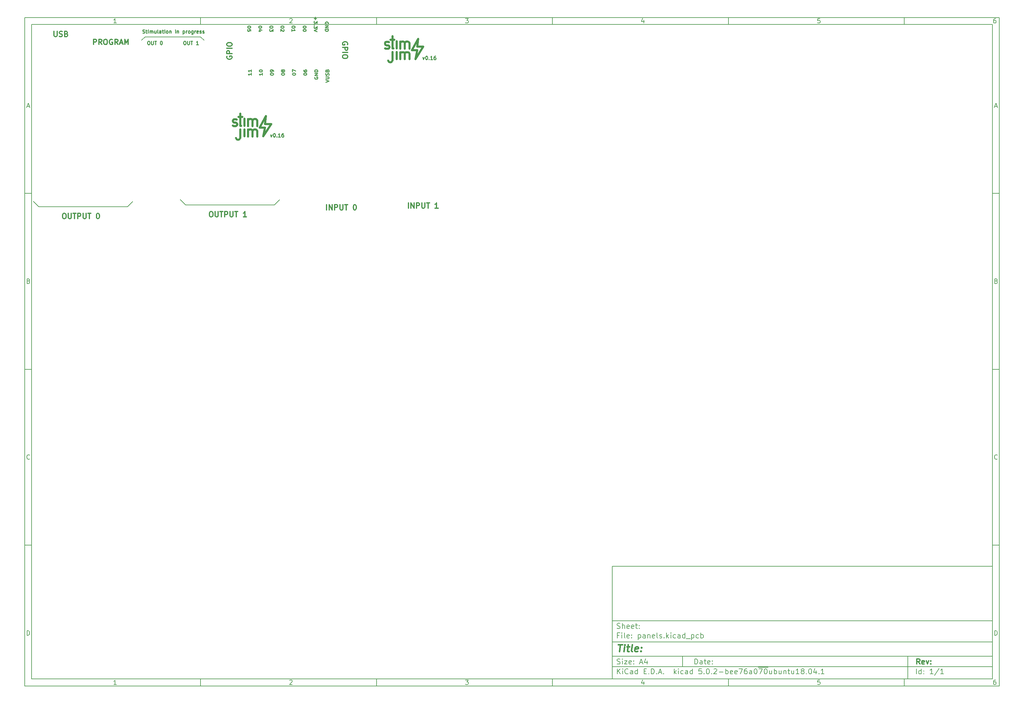
<source format=gto>
G04 #@! TF.GenerationSoftware,KiCad,Pcbnew,5.0.2-bee76a0~70~ubuntu18.04.1*
G04 #@! TF.CreationDate,2019-02-25T13:42:38+02:00*
G04 #@! TF.ProjectId,panels,70616e65-6c73-42e6-9b69-6361645f7063,rev?*
G04 #@! TF.SameCoordinates,Original*
G04 #@! TF.FileFunction,Legend,Top*
G04 #@! TF.FilePolarity,Positive*
%FSLAX46Y46*%
G04 Gerber Fmt 4.6, Leading zero omitted, Abs format (unit mm)*
G04 Created by KiCad (PCBNEW 5.0.2-bee76a0~70~ubuntu18.04.1) date Mon Feb 25 13:42:38 2019*
%MOMM*%
%LPD*%
G01*
G04 APERTURE LIST*
%ADD10C,0.100000*%
%ADD11C,0.150000*%
%ADD12C,0.300000*%
%ADD13C,0.400000*%
%ADD14C,0.250000*%
%ADD15C,0.600000*%
%ADD16C,0.200000*%
%ADD17C,0.225000*%
G04 APERTURE END LIST*
D10*
D11*
X177002200Y-166007200D02*
X177002200Y-198007200D01*
X285002200Y-198007200D01*
X285002200Y-166007200D01*
X177002200Y-166007200D01*
D10*
D11*
X10000000Y-10000000D02*
X10000000Y-200007200D01*
X287002200Y-200007200D01*
X287002200Y-10000000D01*
X10000000Y-10000000D01*
D10*
D11*
X12000000Y-12000000D02*
X12000000Y-198007200D01*
X285002200Y-198007200D01*
X285002200Y-12000000D01*
X12000000Y-12000000D01*
D10*
D11*
X60000000Y-12000000D02*
X60000000Y-10000000D01*
D10*
D11*
X110000000Y-12000000D02*
X110000000Y-10000000D01*
D10*
D11*
X160000000Y-12000000D02*
X160000000Y-10000000D01*
D10*
D11*
X210000000Y-12000000D02*
X210000000Y-10000000D01*
D10*
D11*
X260000000Y-12000000D02*
X260000000Y-10000000D01*
D10*
D11*
X36065476Y-11588095D02*
X35322619Y-11588095D01*
X35694047Y-11588095D02*
X35694047Y-10288095D01*
X35570238Y-10473809D01*
X35446428Y-10597619D01*
X35322619Y-10659523D01*
D10*
D11*
X85322619Y-10411904D02*
X85384523Y-10350000D01*
X85508333Y-10288095D01*
X85817857Y-10288095D01*
X85941666Y-10350000D01*
X86003571Y-10411904D01*
X86065476Y-10535714D01*
X86065476Y-10659523D01*
X86003571Y-10845238D01*
X85260714Y-11588095D01*
X86065476Y-11588095D01*
D10*
D11*
X135260714Y-10288095D02*
X136065476Y-10288095D01*
X135632142Y-10783333D01*
X135817857Y-10783333D01*
X135941666Y-10845238D01*
X136003571Y-10907142D01*
X136065476Y-11030952D01*
X136065476Y-11340476D01*
X136003571Y-11464285D01*
X135941666Y-11526190D01*
X135817857Y-11588095D01*
X135446428Y-11588095D01*
X135322619Y-11526190D01*
X135260714Y-11464285D01*
D10*
D11*
X185941666Y-10721428D02*
X185941666Y-11588095D01*
X185632142Y-10226190D02*
X185322619Y-11154761D01*
X186127380Y-11154761D01*
D10*
D11*
X236003571Y-10288095D02*
X235384523Y-10288095D01*
X235322619Y-10907142D01*
X235384523Y-10845238D01*
X235508333Y-10783333D01*
X235817857Y-10783333D01*
X235941666Y-10845238D01*
X236003571Y-10907142D01*
X236065476Y-11030952D01*
X236065476Y-11340476D01*
X236003571Y-11464285D01*
X235941666Y-11526190D01*
X235817857Y-11588095D01*
X235508333Y-11588095D01*
X235384523Y-11526190D01*
X235322619Y-11464285D01*
D10*
D11*
X285941666Y-10288095D02*
X285694047Y-10288095D01*
X285570238Y-10350000D01*
X285508333Y-10411904D01*
X285384523Y-10597619D01*
X285322619Y-10845238D01*
X285322619Y-11340476D01*
X285384523Y-11464285D01*
X285446428Y-11526190D01*
X285570238Y-11588095D01*
X285817857Y-11588095D01*
X285941666Y-11526190D01*
X286003571Y-11464285D01*
X286065476Y-11340476D01*
X286065476Y-11030952D01*
X286003571Y-10907142D01*
X285941666Y-10845238D01*
X285817857Y-10783333D01*
X285570238Y-10783333D01*
X285446428Y-10845238D01*
X285384523Y-10907142D01*
X285322619Y-11030952D01*
D10*
D11*
X60000000Y-198007200D02*
X60000000Y-200007200D01*
D10*
D11*
X110000000Y-198007200D02*
X110000000Y-200007200D01*
D10*
D11*
X160000000Y-198007200D02*
X160000000Y-200007200D01*
D10*
D11*
X210000000Y-198007200D02*
X210000000Y-200007200D01*
D10*
D11*
X260000000Y-198007200D02*
X260000000Y-200007200D01*
D10*
D11*
X36065476Y-199595295D02*
X35322619Y-199595295D01*
X35694047Y-199595295D02*
X35694047Y-198295295D01*
X35570238Y-198481009D01*
X35446428Y-198604819D01*
X35322619Y-198666723D01*
D10*
D11*
X85322619Y-198419104D02*
X85384523Y-198357200D01*
X85508333Y-198295295D01*
X85817857Y-198295295D01*
X85941666Y-198357200D01*
X86003571Y-198419104D01*
X86065476Y-198542914D01*
X86065476Y-198666723D01*
X86003571Y-198852438D01*
X85260714Y-199595295D01*
X86065476Y-199595295D01*
D10*
D11*
X135260714Y-198295295D02*
X136065476Y-198295295D01*
X135632142Y-198790533D01*
X135817857Y-198790533D01*
X135941666Y-198852438D01*
X136003571Y-198914342D01*
X136065476Y-199038152D01*
X136065476Y-199347676D01*
X136003571Y-199471485D01*
X135941666Y-199533390D01*
X135817857Y-199595295D01*
X135446428Y-199595295D01*
X135322619Y-199533390D01*
X135260714Y-199471485D01*
D10*
D11*
X185941666Y-198728628D02*
X185941666Y-199595295D01*
X185632142Y-198233390D02*
X185322619Y-199161961D01*
X186127380Y-199161961D01*
D10*
D11*
X236003571Y-198295295D02*
X235384523Y-198295295D01*
X235322619Y-198914342D01*
X235384523Y-198852438D01*
X235508333Y-198790533D01*
X235817857Y-198790533D01*
X235941666Y-198852438D01*
X236003571Y-198914342D01*
X236065476Y-199038152D01*
X236065476Y-199347676D01*
X236003571Y-199471485D01*
X235941666Y-199533390D01*
X235817857Y-199595295D01*
X235508333Y-199595295D01*
X235384523Y-199533390D01*
X235322619Y-199471485D01*
D10*
D11*
X285941666Y-198295295D02*
X285694047Y-198295295D01*
X285570238Y-198357200D01*
X285508333Y-198419104D01*
X285384523Y-198604819D01*
X285322619Y-198852438D01*
X285322619Y-199347676D01*
X285384523Y-199471485D01*
X285446428Y-199533390D01*
X285570238Y-199595295D01*
X285817857Y-199595295D01*
X285941666Y-199533390D01*
X286003571Y-199471485D01*
X286065476Y-199347676D01*
X286065476Y-199038152D01*
X286003571Y-198914342D01*
X285941666Y-198852438D01*
X285817857Y-198790533D01*
X285570238Y-198790533D01*
X285446428Y-198852438D01*
X285384523Y-198914342D01*
X285322619Y-199038152D01*
D10*
D11*
X10000000Y-60000000D02*
X12000000Y-60000000D01*
D10*
D11*
X10000000Y-110000000D02*
X12000000Y-110000000D01*
D10*
D11*
X10000000Y-160000000D02*
X12000000Y-160000000D01*
D10*
D11*
X10690476Y-35216666D02*
X11309523Y-35216666D01*
X10566666Y-35588095D02*
X11000000Y-34288095D01*
X11433333Y-35588095D01*
D10*
D11*
X11092857Y-84907142D02*
X11278571Y-84969047D01*
X11340476Y-85030952D01*
X11402380Y-85154761D01*
X11402380Y-85340476D01*
X11340476Y-85464285D01*
X11278571Y-85526190D01*
X11154761Y-85588095D01*
X10659523Y-85588095D01*
X10659523Y-84288095D01*
X11092857Y-84288095D01*
X11216666Y-84350000D01*
X11278571Y-84411904D01*
X11340476Y-84535714D01*
X11340476Y-84659523D01*
X11278571Y-84783333D01*
X11216666Y-84845238D01*
X11092857Y-84907142D01*
X10659523Y-84907142D01*
D10*
D11*
X11402380Y-135464285D02*
X11340476Y-135526190D01*
X11154761Y-135588095D01*
X11030952Y-135588095D01*
X10845238Y-135526190D01*
X10721428Y-135402380D01*
X10659523Y-135278571D01*
X10597619Y-135030952D01*
X10597619Y-134845238D01*
X10659523Y-134597619D01*
X10721428Y-134473809D01*
X10845238Y-134350000D01*
X11030952Y-134288095D01*
X11154761Y-134288095D01*
X11340476Y-134350000D01*
X11402380Y-134411904D01*
D10*
D11*
X10659523Y-185588095D02*
X10659523Y-184288095D01*
X10969047Y-184288095D01*
X11154761Y-184350000D01*
X11278571Y-184473809D01*
X11340476Y-184597619D01*
X11402380Y-184845238D01*
X11402380Y-185030952D01*
X11340476Y-185278571D01*
X11278571Y-185402380D01*
X11154761Y-185526190D01*
X10969047Y-185588095D01*
X10659523Y-185588095D01*
D10*
D11*
X287002200Y-60000000D02*
X285002200Y-60000000D01*
D10*
D11*
X287002200Y-110000000D02*
X285002200Y-110000000D01*
D10*
D11*
X287002200Y-160000000D02*
X285002200Y-160000000D01*
D10*
D11*
X285692676Y-35216666D02*
X286311723Y-35216666D01*
X285568866Y-35588095D02*
X286002200Y-34288095D01*
X286435533Y-35588095D01*
D10*
D11*
X286095057Y-84907142D02*
X286280771Y-84969047D01*
X286342676Y-85030952D01*
X286404580Y-85154761D01*
X286404580Y-85340476D01*
X286342676Y-85464285D01*
X286280771Y-85526190D01*
X286156961Y-85588095D01*
X285661723Y-85588095D01*
X285661723Y-84288095D01*
X286095057Y-84288095D01*
X286218866Y-84350000D01*
X286280771Y-84411904D01*
X286342676Y-84535714D01*
X286342676Y-84659523D01*
X286280771Y-84783333D01*
X286218866Y-84845238D01*
X286095057Y-84907142D01*
X285661723Y-84907142D01*
D10*
D11*
X286404580Y-135464285D02*
X286342676Y-135526190D01*
X286156961Y-135588095D01*
X286033152Y-135588095D01*
X285847438Y-135526190D01*
X285723628Y-135402380D01*
X285661723Y-135278571D01*
X285599819Y-135030952D01*
X285599819Y-134845238D01*
X285661723Y-134597619D01*
X285723628Y-134473809D01*
X285847438Y-134350000D01*
X286033152Y-134288095D01*
X286156961Y-134288095D01*
X286342676Y-134350000D01*
X286404580Y-134411904D01*
D10*
D11*
X285661723Y-185588095D02*
X285661723Y-184288095D01*
X285971247Y-184288095D01*
X286156961Y-184350000D01*
X286280771Y-184473809D01*
X286342676Y-184597619D01*
X286404580Y-184845238D01*
X286404580Y-185030952D01*
X286342676Y-185278571D01*
X286280771Y-185402380D01*
X286156961Y-185526190D01*
X285971247Y-185588095D01*
X285661723Y-185588095D01*
D10*
D11*
X200434342Y-193785771D02*
X200434342Y-192285771D01*
X200791485Y-192285771D01*
X201005771Y-192357200D01*
X201148628Y-192500057D01*
X201220057Y-192642914D01*
X201291485Y-192928628D01*
X201291485Y-193142914D01*
X201220057Y-193428628D01*
X201148628Y-193571485D01*
X201005771Y-193714342D01*
X200791485Y-193785771D01*
X200434342Y-193785771D01*
X202577200Y-193785771D02*
X202577200Y-193000057D01*
X202505771Y-192857200D01*
X202362914Y-192785771D01*
X202077200Y-192785771D01*
X201934342Y-192857200D01*
X202577200Y-193714342D02*
X202434342Y-193785771D01*
X202077200Y-193785771D01*
X201934342Y-193714342D01*
X201862914Y-193571485D01*
X201862914Y-193428628D01*
X201934342Y-193285771D01*
X202077200Y-193214342D01*
X202434342Y-193214342D01*
X202577200Y-193142914D01*
X203077200Y-192785771D02*
X203648628Y-192785771D01*
X203291485Y-192285771D02*
X203291485Y-193571485D01*
X203362914Y-193714342D01*
X203505771Y-193785771D01*
X203648628Y-193785771D01*
X204720057Y-193714342D02*
X204577200Y-193785771D01*
X204291485Y-193785771D01*
X204148628Y-193714342D01*
X204077200Y-193571485D01*
X204077200Y-193000057D01*
X204148628Y-192857200D01*
X204291485Y-192785771D01*
X204577200Y-192785771D01*
X204720057Y-192857200D01*
X204791485Y-193000057D01*
X204791485Y-193142914D01*
X204077200Y-193285771D01*
X205434342Y-193642914D02*
X205505771Y-193714342D01*
X205434342Y-193785771D01*
X205362914Y-193714342D01*
X205434342Y-193642914D01*
X205434342Y-193785771D01*
X205434342Y-192857200D02*
X205505771Y-192928628D01*
X205434342Y-193000057D01*
X205362914Y-192928628D01*
X205434342Y-192857200D01*
X205434342Y-193000057D01*
D10*
D11*
X177002200Y-194507200D02*
X285002200Y-194507200D01*
D10*
D11*
X178434342Y-196585771D02*
X178434342Y-195085771D01*
X179291485Y-196585771D02*
X178648628Y-195728628D01*
X179291485Y-195085771D02*
X178434342Y-195942914D01*
X179934342Y-196585771D02*
X179934342Y-195585771D01*
X179934342Y-195085771D02*
X179862914Y-195157200D01*
X179934342Y-195228628D01*
X180005771Y-195157200D01*
X179934342Y-195085771D01*
X179934342Y-195228628D01*
X181505771Y-196442914D02*
X181434342Y-196514342D01*
X181220057Y-196585771D01*
X181077200Y-196585771D01*
X180862914Y-196514342D01*
X180720057Y-196371485D01*
X180648628Y-196228628D01*
X180577200Y-195942914D01*
X180577200Y-195728628D01*
X180648628Y-195442914D01*
X180720057Y-195300057D01*
X180862914Y-195157200D01*
X181077200Y-195085771D01*
X181220057Y-195085771D01*
X181434342Y-195157200D01*
X181505771Y-195228628D01*
X182791485Y-196585771D02*
X182791485Y-195800057D01*
X182720057Y-195657200D01*
X182577200Y-195585771D01*
X182291485Y-195585771D01*
X182148628Y-195657200D01*
X182791485Y-196514342D02*
X182648628Y-196585771D01*
X182291485Y-196585771D01*
X182148628Y-196514342D01*
X182077200Y-196371485D01*
X182077200Y-196228628D01*
X182148628Y-196085771D01*
X182291485Y-196014342D01*
X182648628Y-196014342D01*
X182791485Y-195942914D01*
X184148628Y-196585771D02*
X184148628Y-195085771D01*
X184148628Y-196514342D02*
X184005771Y-196585771D01*
X183720057Y-196585771D01*
X183577200Y-196514342D01*
X183505771Y-196442914D01*
X183434342Y-196300057D01*
X183434342Y-195871485D01*
X183505771Y-195728628D01*
X183577200Y-195657200D01*
X183720057Y-195585771D01*
X184005771Y-195585771D01*
X184148628Y-195657200D01*
X186005771Y-195800057D02*
X186505771Y-195800057D01*
X186720057Y-196585771D02*
X186005771Y-196585771D01*
X186005771Y-195085771D01*
X186720057Y-195085771D01*
X187362914Y-196442914D02*
X187434342Y-196514342D01*
X187362914Y-196585771D01*
X187291485Y-196514342D01*
X187362914Y-196442914D01*
X187362914Y-196585771D01*
X188077200Y-196585771D02*
X188077200Y-195085771D01*
X188434342Y-195085771D01*
X188648628Y-195157200D01*
X188791485Y-195300057D01*
X188862914Y-195442914D01*
X188934342Y-195728628D01*
X188934342Y-195942914D01*
X188862914Y-196228628D01*
X188791485Y-196371485D01*
X188648628Y-196514342D01*
X188434342Y-196585771D01*
X188077200Y-196585771D01*
X189577200Y-196442914D02*
X189648628Y-196514342D01*
X189577200Y-196585771D01*
X189505771Y-196514342D01*
X189577200Y-196442914D01*
X189577200Y-196585771D01*
X190220057Y-196157200D02*
X190934342Y-196157200D01*
X190077200Y-196585771D02*
X190577200Y-195085771D01*
X191077200Y-196585771D01*
X191577200Y-196442914D02*
X191648628Y-196514342D01*
X191577200Y-196585771D01*
X191505771Y-196514342D01*
X191577200Y-196442914D01*
X191577200Y-196585771D01*
X194577200Y-196585771D02*
X194577200Y-195085771D01*
X194720057Y-196014342D02*
X195148628Y-196585771D01*
X195148628Y-195585771D02*
X194577200Y-196157200D01*
X195791485Y-196585771D02*
X195791485Y-195585771D01*
X195791485Y-195085771D02*
X195720057Y-195157200D01*
X195791485Y-195228628D01*
X195862914Y-195157200D01*
X195791485Y-195085771D01*
X195791485Y-195228628D01*
X197148628Y-196514342D02*
X197005771Y-196585771D01*
X196720057Y-196585771D01*
X196577200Y-196514342D01*
X196505771Y-196442914D01*
X196434342Y-196300057D01*
X196434342Y-195871485D01*
X196505771Y-195728628D01*
X196577200Y-195657200D01*
X196720057Y-195585771D01*
X197005771Y-195585771D01*
X197148628Y-195657200D01*
X198434342Y-196585771D02*
X198434342Y-195800057D01*
X198362914Y-195657200D01*
X198220057Y-195585771D01*
X197934342Y-195585771D01*
X197791485Y-195657200D01*
X198434342Y-196514342D02*
X198291485Y-196585771D01*
X197934342Y-196585771D01*
X197791485Y-196514342D01*
X197720057Y-196371485D01*
X197720057Y-196228628D01*
X197791485Y-196085771D01*
X197934342Y-196014342D01*
X198291485Y-196014342D01*
X198434342Y-195942914D01*
X199791485Y-196585771D02*
X199791485Y-195085771D01*
X199791485Y-196514342D02*
X199648628Y-196585771D01*
X199362914Y-196585771D01*
X199220057Y-196514342D01*
X199148628Y-196442914D01*
X199077200Y-196300057D01*
X199077200Y-195871485D01*
X199148628Y-195728628D01*
X199220057Y-195657200D01*
X199362914Y-195585771D01*
X199648628Y-195585771D01*
X199791485Y-195657200D01*
X202362914Y-195085771D02*
X201648628Y-195085771D01*
X201577200Y-195800057D01*
X201648628Y-195728628D01*
X201791485Y-195657200D01*
X202148628Y-195657200D01*
X202291485Y-195728628D01*
X202362914Y-195800057D01*
X202434342Y-195942914D01*
X202434342Y-196300057D01*
X202362914Y-196442914D01*
X202291485Y-196514342D01*
X202148628Y-196585771D01*
X201791485Y-196585771D01*
X201648628Y-196514342D01*
X201577200Y-196442914D01*
X203077200Y-196442914D02*
X203148628Y-196514342D01*
X203077200Y-196585771D01*
X203005771Y-196514342D01*
X203077200Y-196442914D01*
X203077200Y-196585771D01*
X204077200Y-195085771D02*
X204220057Y-195085771D01*
X204362914Y-195157200D01*
X204434342Y-195228628D01*
X204505771Y-195371485D01*
X204577200Y-195657200D01*
X204577200Y-196014342D01*
X204505771Y-196300057D01*
X204434342Y-196442914D01*
X204362914Y-196514342D01*
X204220057Y-196585771D01*
X204077200Y-196585771D01*
X203934342Y-196514342D01*
X203862914Y-196442914D01*
X203791485Y-196300057D01*
X203720057Y-196014342D01*
X203720057Y-195657200D01*
X203791485Y-195371485D01*
X203862914Y-195228628D01*
X203934342Y-195157200D01*
X204077200Y-195085771D01*
X205220057Y-196442914D02*
X205291485Y-196514342D01*
X205220057Y-196585771D01*
X205148628Y-196514342D01*
X205220057Y-196442914D01*
X205220057Y-196585771D01*
X205862914Y-195228628D02*
X205934342Y-195157200D01*
X206077200Y-195085771D01*
X206434342Y-195085771D01*
X206577200Y-195157200D01*
X206648628Y-195228628D01*
X206720057Y-195371485D01*
X206720057Y-195514342D01*
X206648628Y-195728628D01*
X205791485Y-196585771D01*
X206720057Y-196585771D01*
X207362914Y-196014342D02*
X208505771Y-196014342D01*
X209220057Y-196585771D02*
X209220057Y-195085771D01*
X209220057Y-195657200D02*
X209362914Y-195585771D01*
X209648628Y-195585771D01*
X209791485Y-195657200D01*
X209862914Y-195728628D01*
X209934342Y-195871485D01*
X209934342Y-196300057D01*
X209862914Y-196442914D01*
X209791485Y-196514342D01*
X209648628Y-196585771D01*
X209362914Y-196585771D01*
X209220057Y-196514342D01*
X211148628Y-196514342D02*
X211005771Y-196585771D01*
X210720057Y-196585771D01*
X210577200Y-196514342D01*
X210505771Y-196371485D01*
X210505771Y-195800057D01*
X210577200Y-195657200D01*
X210720057Y-195585771D01*
X211005771Y-195585771D01*
X211148628Y-195657200D01*
X211220057Y-195800057D01*
X211220057Y-195942914D01*
X210505771Y-196085771D01*
X212434342Y-196514342D02*
X212291485Y-196585771D01*
X212005771Y-196585771D01*
X211862914Y-196514342D01*
X211791485Y-196371485D01*
X211791485Y-195800057D01*
X211862914Y-195657200D01*
X212005771Y-195585771D01*
X212291485Y-195585771D01*
X212434342Y-195657200D01*
X212505771Y-195800057D01*
X212505771Y-195942914D01*
X211791485Y-196085771D01*
X213005771Y-195085771D02*
X214005771Y-195085771D01*
X213362914Y-196585771D01*
X215220057Y-195085771D02*
X214934342Y-195085771D01*
X214791485Y-195157200D01*
X214720057Y-195228628D01*
X214577200Y-195442914D01*
X214505771Y-195728628D01*
X214505771Y-196300057D01*
X214577200Y-196442914D01*
X214648628Y-196514342D01*
X214791485Y-196585771D01*
X215077200Y-196585771D01*
X215220057Y-196514342D01*
X215291485Y-196442914D01*
X215362914Y-196300057D01*
X215362914Y-195942914D01*
X215291485Y-195800057D01*
X215220057Y-195728628D01*
X215077200Y-195657200D01*
X214791485Y-195657200D01*
X214648628Y-195728628D01*
X214577200Y-195800057D01*
X214505771Y-195942914D01*
X216648628Y-196585771D02*
X216648628Y-195800057D01*
X216577200Y-195657200D01*
X216434342Y-195585771D01*
X216148628Y-195585771D01*
X216005771Y-195657200D01*
X216648628Y-196514342D02*
X216505771Y-196585771D01*
X216148628Y-196585771D01*
X216005771Y-196514342D01*
X215934342Y-196371485D01*
X215934342Y-196228628D01*
X216005771Y-196085771D01*
X216148628Y-196014342D01*
X216505771Y-196014342D01*
X216648628Y-195942914D01*
X217648628Y-195085771D02*
X217791485Y-195085771D01*
X217934342Y-195157200D01*
X218005771Y-195228628D01*
X218077200Y-195371485D01*
X218148628Y-195657200D01*
X218148628Y-196014342D01*
X218077200Y-196300057D01*
X218005771Y-196442914D01*
X217934342Y-196514342D01*
X217791485Y-196585771D01*
X217648628Y-196585771D01*
X217505771Y-196514342D01*
X217434342Y-196442914D01*
X217362914Y-196300057D01*
X217291485Y-196014342D01*
X217291485Y-195657200D01*
X217362914Y-195371485D01*
X217434342Y-195228628D01*
X217505771Y-195157200D01*
X217648628Y-195085771D01*
X218434342Y-194677200D02*
X219862914Y-194677200D01*
X218648628Y-195085771D02*
X219648628Y-195085771D01*
X219005771Y-196585771D01*
X219862914Y-194677200D02*
X221291485Y-194677200D01*
X220505771Y-195085771D02*
X220648628Y-195085771D01*
X220791485Y-195157200D01*
X220862914Y-195228628D01*
X220934342Y-195371485D01*
X221005771Y-195657200D01*
X221005771Y-196014342D01*
X220934342Y-196300057D01*
X220862914Y-196442914D01*
X220791485Y-196514342D01*
X220648628Y-196585771D01*
X220505771Y-196585771D01*
X220362914Y-196514342D01*
X220291485Y-196442914D01*
X220220057Y-196300057D01*
X220148628Y-196014342D01*
X220148628Y-195657200D01*
X220220057Y-195371485D01*
X220291485Y-195228628D01*
X220362914Y-195157200D01*
X220505771Y-195085771D01*
X222291485Y-195585771D02*
X222291485Y-196585771D01*
X221648628Y-195585771D02*
X221648628Y-196371485D01*
X221720057Y-196514342D01*
X221862914Y-196585771D01*
X222077200Y-196585771D01*
X222220057Y-196514342D01*
X222291485Y-196442914D01*
X223005771Y-196585771D02*
X223005771Y-195085771D01*
X223005771Y-195657200D02*
X223148628Y-195585771D01*
X223434342Y-195585771D01*
X223577200Y-195657200D01*
X223648628Y-195728628D01*
X223720057Y-195871485D01*
X223720057Y-196300057D01*
X223648628Y-196442914D01*
X223577200Y-196514342D01*
X223434342Y-196585771D01*
X223148628Y-196585771D01*
X223005771Y-196514342D01*
X225005771Y-195585771D02*
X225005771Y-196585771D01*
X224362914Y-195585771D02*
X224362914Y-196371485D01*
X224434342Y-196514342D01*
X224577200Y-196585771D01*
X224791485Y-196585771D01*
X224934342Y-196514342D01*
X225005771Y-196442914D01*
X225720057Y-195585771D02*
X225720057Y-196585771D01*
X225720057Y-195728628D02*
X225791485Y-195657200D01*
X225934342Y-195585771D01*
X226148628Y-195585771D01*
X226291485Y-195657200D01*
X226362914Y-195800057D01*
X226362914Y-196585771D01*
X226862914Y-195585771D02*
X227434342Y-195585771D01*
X227077200Y-195085771D02*
X227077200Y-196371485D01*
X227148628Y-196514342D01*
X227291485Y-196585771D01*
X227434342Y-196585771D01*
X228577200Y-195585771D02*
X228577200Y-196585771D01*
X227934342Y-195585771D02*
X227934342Y-196371485D01*
X228005771Y-196514342D01*
X228148628Y-196585771D01*
X228362914Y-196585771D01*
X228505771Y-196514342D01*
X228577200Y-196442914D01*
X230077200Y-196585771D02*
X229220057Y-196585771D01*
X229648628Y-196585771D02*
X229648628Y-195085771D01*
X229505771Y-195300057D01*
X229362914Y-195442914D01*
X229220057Y-195514342D01*
X230934342Y-195728628D02*
X230791485Y-195657200D01*
X230720057Y-195585771D01*
X230648628Y-195442914D01*
X230648628Y-195371485D01*
X230720057Y-195228628D01*
X230791485Y-195157200D01*
X230934342Y-195085771D01*
X231220057Y-195085771D01*
X231362914Y-195157200D01*
X231434342Y-195228628D01*
X231505771Y-195371485D01*
X231505771Y-195442914D01*
X231434342Y-195585771D01*
X231362914Y-195657200D01*
X231220057Y-195728628D01*
X230934342Y-195728628D01*
X230791485Y-195800057D01*
X230720057Y-195871485D01*
X230648628Y-196014342D01*
X230648628Y-196300057D01*
X230720057Y-196442914D01*
X230791485Y-196514342D01*
X230934342Y-196585771D01*
X231220057Y-196585771D01*
X231362914Y-196514342D01*
X231434342Y-196442914D01*
X231505771Y-196300057D01*
X231505771Y-196014342D01*
X231434342Y-195871485D01*
X231362914Y-195800057D01*
X231220057Y-195728628D01*
X232148628Y-196442914D02*
X232220057Y-196514342D01*
X232148628Y-196585771D01*
X232077200Y-196514342D01*
X232148628Y-196442914D01*
X232148628Y-196585771D01*
X233148628Y-195085771D02*
X233291485Y-195085771D01*
X233434342Y-195157200D01*
X233505771Y-195228628D01*
X233577200Y-195371485D01*
X233648628Y-195657200D01*
X233648628Y-196014342D01*
X233577200Y-196300057D01*
X233505771Y-196442914D01*
X233434342Y-196514342D01*
X233291485Y-196585771D01*
X233148628Y-196585771D01*
X233005771Y-196514342D01*
X232934342Y-196442914D01*
X232862914Y-196300057D01*
X232791485Y-196014342D01*
X232791485Y-195657200D01*
X232862914Y-195371485D01*
X232934342Y-195228628D01*
X233005771Y-195157200D01*
X233148628Y-195085771D01*
X234934342Y-195585771D02*
X234934342Y-196585771D01*
X234577200Y-195014342D02*
X234220057Y-196085771D01*
X235148628Y-196085771D01*
X235720057Y-196442914D02*
X235791485Y-196514342D01*
X235720057Y-196585771D01*
X235648628Y-196514342D01*
X235720057Y-196442914D01*
X235720057Y-196585771D01*
X237220057Y-196585771D02*
X236362914Y-196585771D01*
X236791485Y-196585771D02*
X236791485Y-195085771D01*
X236648628Y-195300057D01*
X236505771Y-195442914D01*
X236362914Y-195514342D01*
D10*
D11*
X177002200Y-191507200D02*
X285002200Y-191507200D01*
D10*
D12*
X264411485Y-193785771D02*
X263911485Y-193071485D01*
X263554342Y-193785771D02*
X263554342Y-192285771D01*
X264125771Y-192285771D01*
X264268628Y-192357200D01*
X264340057Y-192428628D01*
X264411485Y-192571485D01*
X264411485Y-192785771D01*
X264340057Y-192928628D01*
X264268628Y-193000057D01*
X264125771Y-193071485D01*
X263554342Y-193071485D01*
X265625771Y-193714342D02*
X265482914Y-193785771D01*
X265197200Y-193785771D01*
X265054342Y-193714342D01*
X264982914Y-193571485D01*
X264982914Y-193000057D01*
X265054342Y-192857200D01*
X265197200Y-192785771D01*
X265482914Y-192785771D01*
X265625771Y-192857200D01*
X265697200Y-193000057D01*
X265697200Y-193142914D01*
X264982914Y-193285771D01*
X266197200Y-192785771D02*
X266554342Y-193785771D01*
X266911485Y-192785771D01*
X267482914Y-193642914D02*
X267554342Y-193714342D01*
X267482914Y-193785771D01*
X267411485Y-193714342D01*
X267482914Y-193642914D01*
X267482914Y-193785771D01*
X267482914Y-192857200D02*
X267554342Y-192928628D01*
X267482914Y-193000057D01*
X267411485Y-192928628D01*
X267482914Y-192857200D01*
X267482914Y-193000057D01*
D10*
D11*
X178362914Y-193714342D02*
X178577200Y-193785771D01*
X178934342Y-193785771D01*
X179077200Y-193714342D01*
X179148628Y-193642914D01*
X179220057Y-193500057D01*
X179220057Y-193357200D01*
X179148628Y-193214342D01*
X179077200Y-193142914D01*
X178934342Y-193071485D01*
X178648628Y-193000057D01*
X178505771Y-192928628D01*
X178434342Y-192857200D01*
X178362914Y-192714342D01*
X178362914Y-192571485D01*
X178434342Y-192428628D01*
X178505771Y-192357200D01*
X178648628Y-192285771D01*
X179005771Y-192285771D01*
X179220057Y-192357200D01*
X179862914Y-193785771D02*
X179862914Y-192785771D01*
X179862914Y-192285771D02*
X179791485Y-192357200D01*
X179862914Y-192428628D01*
X179934342Y-192357200D01*
X179862914Y-192285771D01*
X179862914Y-192428628D01*
X180434342Y-192785771D02*
X181220057Y-192785771D01*
X180434342Y-193785771D01*
X181220057Y-193785771D01*
X182362914Y-193714342D02*
X182220057Y-193785771D01*
X181934342Y-193785771D01*
X181791485Y-193714342D01*
X181720057Y-193571485D01*
X181720057Y-193000057D01*
X181791485Y-192857200D01*
X181934342Y-192785771D01*
X182220057Y-192785771D01*
X182362914Y-192857200D01*
X182434342Y-193000057D01*
X182434342Y-193142914D01*
X181720057Y-193285771D01*
X183077200Y-193642914D02*
X183148628Y-193714342D01*
X183077200Y-193785771D01*
X183005771Y-193714342D01*
X183077200Y-193642914D01*
X183077200Y-193785771D01*
X183077200Y-192857200D02*
X183148628Y-192928628D01*
X183077200Y-193000057D01*
X183005771Y-192928628D01*
X183077200Y-192857200D01*
X183077200Y-193000057D01*
X184862914Y-193357200D02*
X185577200Y-193357200D01*
X184720057Y-193785771D02*
X185220057Y-192285771D01*
X185720057Y-193785771D01*
X186862914Y-192785771D02*
X186862914Y-193785771D01*
X186505771Y-192214342D02*
X186148628Y-193285771D01*
X187077200Y-193285771D01*
D10*
D11*
X263434342Y-196585771D02*
X263434342Y-195085771D01*
X264791485Y-196585771D02*
X264791485Y-195085771D01*
X264791485Y-196514342D02*
X264648628Y-196585771D01*
X264362914Y-196585771D01*
X264220057Y-196514342D01*
X264148628Y-196442914D01*
X264077200Y-196300057D01*
X264077200Y-195871485D01*
X264148628Y-195728628D01*
X264220057Y-195657200D01*
X264362914Y-195585771D01*
X264648628Y-195585771D01*
X264791485Y-195657200D01*
X265505771Y-196442914D02*
X265577200Y-196514342D01*
X265505771Y-196585771D01*
X265434342Y-196514342D01*
X265505771Y-196442914D01*
X265505771Y-196585771D01*
X265505771Y-195657200D02*
X265577200Y-195728628D01*
X265505771Y-195800057D01*
X265434342Y-195728628D01*
X265505771Y-195657200D01*
X265505771Y-195800057D01*
X268148628Y-196585771D02*
X267291485Y-196585771D01*
X267720057Y-196585771D02*
X267720057Y-195085771D01*
X267577200Y-195300057D01*
X267434342Y-195442914D01*
X267291485Y-195514342D01*
X269862914Y-195014342D02*
X268577200Y-196942914D01*
X271148628Y-196585771D02*
X270291485Y-196585771D01*
X270720057Y-196585771D02*
X270720057Y-195085771D01*
X270577200Y-195300057D01*
X270434342Y-195442914D01*
X270291485Y-195514342D01*
D10*
D11*
X177002200Y-187507200D02*
X285002200Y-187507200D01*
D10*
D13*
X178714580Y-188211961D02*
X179857438Y-188211961D01*
X179036009Y-190211961D02*
X179286009Y-188211961D01*
X180274104Y-190211961D02*
X180440771Y-188878628D01*
X180524104Y-188211961D02*
X180416961Y-188307200D01*
X180500295Y-188402438D01*
X180607438Y-188307200D01*
X180524104Y-188211961D01*
X180500295Y-188402438D01*
X181107438Y-188878628D02*
X181869342Y-188878628D01*
X181476485Y-188211961D02*
X181262200Y-189926247D01*
X181333628Y-190116723D01*
X181512200Y-190211961D01*
X181702676Y-190211961D01*
X182655057Y-190211961D02*
X182476485Y-190116723D01*
X182405057Y-189926247D01*
X182619342Y-188211961D01*
X184190771Y-190116723D02*
X183988390Y-190211961D01*
X183607438Y-190211961D01*
X183428866Y-190116723D01*
X183357438Y-189926247D01*
X183452676Y-189164342D01*
X183571723Y-188973866D01*
X183774104Y-188878628D01*
X184155057Y-188878628D01*
X184333628Y-188973866D01*
X184405057Y-189164342D01*
X184381247Y-189354819D01*
X183405057Y-189545295D01*
X185155057Y-190021485D02*
X185238390Y-190116723D01*
X185131247Y-190211961D01*
X185047914Y-190116723D01*
X185155057Y-190021485D01*
X185131247Y-190211961D01*
X185286009Y-188973866D02*
X185369342Y-189069104D01*
X185262200Y-189164342D01*
X185178866Y-189069104D01*
X185286009Y-188973866D01*
X185262200Y-189164342D01*
D10*
D11*
X178934342Y-185600057D02*
X178434342Y-185600057D01*
X178434342Y-186385771D02*
X178434342Y-184885771D01*
X179148628Y-184885771D01*
X179720057Y-186385771D02*
X179720057Y-185385771D01*
X179720057Y-184885771D02*
X179648628Y-184957200D01*
X179720057Y-185028628D01*
X179791485Y-184957200D01*
X179720057Y-184885771D01*
X179720057Y-185028628D01*
X180648628Y-186385771D02*
X180505771Y-186314342D01*
X180434342Y-186171485D01*
X180434342Y-184885771D01*
X181791485Y-186314342D02*
X181648628Y-186385771D01*
X181362914Y-186385771D01*
X181220057Y-186314342D01*
X181148628Y-186171485D01*
X181148628Y-185600057D01*
X181220057Y-185457200D01*
X181362914Y-185385771D01*
X181648628Y-185385771D01*
X181791485Y-185457200D01*
X181862914Y-185600057D01*
X181862914Y-185742914D01*
X181148628Y-185885771D01*
X182505771Y-186242914D02*
X182577200Y-186314342D01*
X182505771Y-186385771D01*
X182434342Y-186314342D01*
X182505771Y-186242914D01*
X182505771Y-186385771D01*
X182505771Y-185457200D02*
X182577200Y-185528628D01*
X182505771Y-185600057D01*
X182434342Y-185528628D01*
X182505771Y-185457200D01*
X182505771Y-185600057D01*
X184362914Y-185385771D02*
X184362914Y-186885771D01*
X184362914Y-185457200D02*
X184505771Y-185385771D01*
X184791485Y-185385771D01*
X184934342Y-185457200D01*
X185005771Y-185528628D01*
X185077200Y-185671485D01*
X185077200Y-186100057D01*
X185005771Y-186242914D01*
X184934342Y-186314342D01*
X184791485Y-186385771D01*
X184505771Y-186385771D01*
X184362914Y-186314342D01*
X186362914Y-186385771D02*
X186362914Y-185600057D01*
X186291485Y-185457200D01*
X186148628Y-185385771D01*
X185862914Y-185385771D01*
X185720057Y-185457200D01*
X186362914Y-186314342D02*
X186220057Y-186385771D01*
X185862914Y-186385771D01*
X185720057Y-186314342D01*
X185648628Y-186171485D01*
X185648628Y-186028628D01*
X185720057Y-185885771D01*
X185862914Y-185814342D01*
X186220057Y-185814342D01*
X186362914Y-185742914D01*
X187077200Y-185385771D02*
X187077200Y-186385771D01*
X187077200Y-185528628D02*
X187148628Y-185457200D01*
X187291485Y-185385771D01*
X187505771Y-185385771D01*
X187648628Y-185457200D01*
X187720057Y-185600057D01*
X187720057Y-186385771D01*
X189005771Y-186314342D02*
X188862914Y-186385771D01*
X188577200Y-186385771D01*
X188434342Y-186314342D01*
X188362914Y-186171485D01*
X188362914Y-185600057D01*
X188434342Y-185457200D01*
X188577200Y-185385771D01*
X188862914Y-185385771D01*
X189005771Y-185457200D01*
X189077200Y-185600057D01*
X189077200Y-185742914D01*
X188362914Y-185885771D01*
X189934342Y-186385771D02*
X189791485Y-186314342D01*
X189720057Y-186171485D01*
X189720057Y-184885771D01*
X190434342Y-186314342D02*
X190577200Y-186385771D01*
X190862914Y-186385771D01*
X191005771Y-186314342D01*
X191077200Y-186171485D01*
X191077200Y-186100057D01*
X191005771Y-185957200D01*
X190862914Y-185885771D01*
X190648628Y-185885771D01*
X190505771Y-185814342D01*
X190434342Y-185671485D01*
X190434342Y-185600057D01*
X190505771Y-185457200D01*
X190648628Y-185385771D01*
X190862914Y-185385771D01*
X191005771Y-185457200D01*
X191720057Y-186242914D02*
X191791485Y-186314342D01*
X191720057Y-186385771D01*
X191648628Y-186314342D01*
X191720057Y-186242914D01*
X191720057Y-186385771D01*
X192434342Y-186385771D02*
X192434342Y-184885771D01*
X192577200Y-185814342D02*
X193005771Y-186385771D01*
X193005771Y-185385771D02*
X192434342Y-185957200D01*
X193648628Y-186385771D02*
X193648628Y-185385771D01*
X193648628Y-184885771D02*
X193577200Y-184957200D01*
X193648628Y-185028628D01*
X193720057Y-184957200D01*
X193648628Y-184885771D01*
X193648628Y-185028628D01*
X195005771Y-186314342D02*
X194862914Y-186385771D01*
X194577200Y-186385771D01*
X194434342Y-186314342D01*
X194362914Y-186242914D01*
X194291485Y-186100057D01*
X194291485Y-185671485D01*
X194362914Y-185528628D01*
X194434342Y-185457200D01*
X194577200Y-185385771D01*
X194862914Y-185385771D01*
X195005771Y-185457200D01*
X196291485Y-186385771D02*
X196291485Y-185600057D01*
X196220057Y-185457200D01*
X196077200Y-185385771D01*
X195791485Y-185385771D01*
X195648628Y-185457200D01*
X196291485Y-186314342D02*
X196148628Y-186385771D01*
X195791485Y-186385771D01*
X195648628Y-186314342D01*
X195577200Y-186171485D01*
X195577200Y-186028628D01*
X195648628Y-185885771D01*
X195791485Y-185814342D01*
X196148628Y-185814342D01*
X196291485Y-185742914D01*
X197648628Y-186385771D02*
X197648628Y-184885771D01*
X197648628Y-186314342D02*
X197505771Y-186385771D01*
X197220057Y-186385771D01*
X197077200Y-186314342D01*
X197005771Y-186242914D01*
X196934342Y-186100057D01*
X196934342Y-185671485D01*
X197005771Y-185528628D01*
X197077200Y-185457200D01*
X197220057Y-185385771D01*
X197505771Y-185385771D01*
X197648628Y-185457200D01*
X198005771Y-186528628D02*
X199148628Y-186528628D01*
X199505771Y-185385771D02*
X199505771Y-186885771D01*
X199505771Y-185457200D02*
X199648628Y-185385771D01*
X199934342Y-185385771D01*
X200077200Y-185457200D01*
X200148628Y-185528628D01*
X200220057Y-185671485D01*
X200220057Y-186100057D01*
X200148628Y-186242914D01*
X200077200Y-186314342D01*
X199934342Y-186385771D01*
X199648628Y-186385771D01*
X199505771Y-186314342D01*
X201505771Y-186314342D02*
X201362914Y-186385771D01*
X201077200Y-186385771D01*
X200934342Y-186314342D01*
X200862914Y-186242914D01*
X200791485Y-186100057D01*
X200791485Y-185671485D01*
X200862914Y-185528628D01*
X200934342Y-185457200D01*
X201077200Y-185385771D01*
X201362914Y-185385771D01*
X201505771Y-185457200D01*
X202148628Y-186385771D02*
X202148628Y-184885771D01*
X202148628Y-185457200D02*
X202291485Y-185385771D01*
X202577200Y-185385771D01*
X202720057Y-185457200D01*
X202791485Y-185528628D01*
X202862914Y-185671485D01*
X202862914Y-186100057D01*
X202791485Y-186242914D01*
X202720057Y-186314342D01*
X202577200Y-186385771D01*
X202291485Y-186385771D01*
X202148628Y-186314342D01*
D10*
D11*
X177002200Y-181507200D02*
X285002200Y-181507200D01*
D10*
D11*
X178362914Y-183614342D02*
X178577200Y-183685771D01*
X178934342Y-183685771D01*
X179077200Y-183614342D01*
X179148628Y-183542914D01*
X179220057Y-183400057D01*
X179220057Y-183257200D01*
X179148628Y-183114342D01*
X179077200Y-183042914D01*
X178934342Y-182971485D01*
X178648628Y-182900057D01*
X178505771Y-182828628D01*
X178434342Y-182757200D01*
X178362914Y-182614342D01*
X178362914Y-182471485D01*
X178434342Y-182328628D01*
X178505771Y-182257200D01*
X178648628Y-182185771D01*
X179005771Y-182185771D01*
X179220057Y-182257200D01*
X179862914Y-183685771D02*
X179862914Y-182185771D01*
X180505771Y-183685771D02*
X180505771Y-182900057D01*
X180434342Y-182757200D01*
X180291485Y-182685771D01*
X180077200Y-182685771D01*
X179934342Y-182757200D01*
X179862914Y-182828628D01*
X181791485Y-183614342D02*
X181648628Y-183685771D01*
X181362914Y-183685771D01*
X181220057Y-183614342D01*
X181148628Y-183471485D01*
X181148628Y-182900057D01*
X181220057Y-182757200D01*
X181362914Y-182685771D01*
X181648628Y-182685771D01*
X181791485Y-182757200D01*
X181862914Y-182900057D01*
X181862914Y-183042914D01*
X181148628Y-183185771D01*
X183077200Y-183614342D02*
X182934342Y-183685771D01*
X182648628Y-183685771D01*
X182505771Y-183614342D01*
X182434342Y-183471485D01*
X182434342Y-182900057D01*
X182505771Y-182757200D01*
X182648628Y-182685771D01*
X182934342Y-182685771D01*
X183077200Y-182757200D01*
X183148628Y-182900057D01*
X183148628Y-183042914D01*
X182434342Y-183185771D01*
X183577200Y-182685771D02*
X184148628Y-182685771D01*
X183791485Y-182185771D02*
X183791485Y-183471485D01*
X183862914Y-183614342D01*
X184005771Y-183685771D01*
X184148628Y-183685771D01*
X184648628Y-183542914D02*
X184720057Y-183614342D01*
X184648628Y-183685771D01*
X184577200Y-183614342D01*
X184648628Y-183542914D01*
X184648628Y-183685771D01*
X184648628Y-182757200D02*
X184720057Y-182828628D01*
X184648628Y-182900057D01*
X184577200Y-182828628D01*
X184648628Y-182757200D01*
X184648628Y-182900057D01*
D10*
D11*
X197002200Y-191507200D02*
X197002200Y-194507200D01*
D10*
D11*
X261002200Y-191507200D02*
X261002200Y-198007200D01*
D14*
X123095238Y-21285714D02*
X123333333Y-21952380D01*
X123571428Y-21285714D01*
X124142857Y-20952380D02*
X124238095Y-20952380D01*
X124333333Y-21000000D01*
X124380952Y-21047619D01*
X124428571Y-21142857D01*
X124476190Y-21333333D01*
X124476190Y-21571428D01*
X124428571Y-21761904D01*
X124380952Y-21857142D01*
X124333333Y-21904761D01*
X124238095Y-21952380D01*
X124142857Y-21952380D01*
X124047619Y-21904761D01*
X124000000Y-21857142D01*
X123952380Y-21761904D01*
X123904761Y-21571428D01*
X123904761Y-21333333D01*
X123952380Y-21142857D01*
X124000000Y-21047619D01*
X124047619Y-21000000D01*
X124142857Y-20952380D01*
X124904761Y-21857142D02*
X124952380Y-21904761D01*
X124904761Y-21952380D01*
X124857142Y-21904761D01*
X124904761Y-21857142D01*
X124904761Y-21952380D01*
X125904761Y-21952380D02*
X125333333Y-21952380D01*
X125619047Y-21952380D02*
X125619047Y-20952380D01*
X125523809Y-21095238D01*
X125428571Y-21190476D01*
X125333333Y-21238095D01*
X126761904Y-20952380D02*
X126571428Y-20952380D01*
X126476190Y-21000000D01*
X126428571Y-21047619D01*
X126333333Y-21190476D01*
X126285714Y-21380952D01*
X126285714Y-21761904D01*
X126333333Y-21857142D01*
X126380952Y-21904761D01*
X126476190Y-21952380D01*
X126666666Y-21952380D01*
X126761904Y-21904761D01*
X126809523Y-21857142D01*
X126857142Y-21761904D01*
X126857142Y-21523809D01*
X126809523Y-21428571D01*
X126761904Y-21380952D01*
X126666666Y-21333333D01*
X126476190Y-21333333D01*
X126380952Y-21380952D01*
X126333333Y-21428571D01*
X126285714Y-21523809D01*
D15*
X116714285Y-21807142D02*
X116714285Y-19807142D01*
X116714285Y-20092857D02*
X116857142Y-19950000D01*
X117142857Y-19807142D01*
X117571428Y-19807142D01*
X117857142Y-19950000D01*
X118000000Y-20235714D01*
X118000000Y-21807142D01*
X118000000Y-20235714D02*
X118142857Y-19950000D01*
X118428571Y-19807142D01*
X118857142Y-19807142D01*
X119142857Y-19950000D01*
X119285714Y-20235714D01*
X119285714Y-21807142D01*
X120000000Y-19250000D02*
X121500000Y-19250000D01*
X121750000Y-16000000D02*
X120000000Y-19250000D01*
X114496404Y-22269582D02*
G75*
G02X113300000Y-22249999I-596405J119582D01*
G01*
X121500000Y-18250000D02*
X121750000Y-16000000D01*
X123250000Y-18250000D02*
X121500000Y-18250000D01*
X121000000Y-21750000D02*
X123250000Y-18250000D01*
X121500000Y-19250000D02*
X121000000Y-21750000D01*
X112357142Y-18714285D02*
X112642857Y-18857142D01*
X113214285Y-18857142D01*
X113500000Y-18714285D01*
X113642857Y-18428571D01*
X113642857Y-18285714D01*
X113500000Y-18000000D01*
X113214285Y-17857142D01*
X112785714Y-17857142D01*
X112500000Y-17714285D01*
X112357142Y-17428571D01*
X112357142Y-17285714D01*
X112500000Y-17000000D01*
X112785714Y-16857142D01*
X113214285Y-16857142D01*
X113500000Y-17000000D01*
X115650000Y-16750000D02*
X115650000Y-18750000D01*
X115650000Y-19750000D02*
X115650000Y-21750000D01*
X114500000Y-22000000D02*
X114500000Y-22250000D01*
X116714285Y-18807142D02*
X116714285Y-16807142D01*
X116714285Y-17092857D02*
X116857142Y-16950000D01*
X117142857Y-16807142D01*
X117571428Y-16807142D01*
X117857142Y-16950000D01*
X118000000Y-17235714D01*
X118000000Y-18807142D01*
X118000000Y-17235714D02*
X118142857Y-16950000D01*
X118428571Y-16807142D01*
X118857142Y-16807142D01*
X119142857Y-16950000D01*
X119285714Y-17235714D01*
X119285714Y-18807142D01*
X114500000Y-18750000D02*
X114500000Y-15250000D01*
X114500000Y-19750000D02*
X114500000Y-22000000D01*
X113950000Y-16250000D02*
X115050000Y-16250000D01*
X114500000Y-18750000D02*
X114750000Y-18750000D01*
X73464285Y-43807142D02*
X73464285Y-41807142D01*
X73464285Y-42092857D02*
X73607142Y-41950000D01*
X73892857Y-41807142D01*
X74321428Y-41807142D01*
X74607142Y-41950000D01*
X74750000Y-42235714D01*
X74750000Y-43807142D01*
X74750000Y-42235714D02*
X74892857Y-41950000D01*
X75178571Y-41807142D01*
X75607142Y-41807142D01*
X75892857Y-41950000D01*
X76035714Y-42235714D01*
X76035714Y-43807142D01*
D14*
X79845238Y-43285714D02*
X80083333Y-43952380D01*
X80321428Y-43285714D01*
X80892857Y-42952380D02*
X80988095Y-42952380D01*
X81083333Y-43000000D01*
X81130952Y-43047619D01*
X81178571Y-43142857D01*
X81226190Y-43333333D01*
X81226190Y-43571428D01*
X81178571Y-43761904D01*
X81130952Y-43857142D01*
X81083333Y-43904761D01*
X80988095Y-43952380D01*
X80892857Y-43952380D01*
X80797619Y-43904761D01*
X80750000Y-43857142D01*
X80702380Y-43761904D01*
X80654761Y-43571428D01*
X80654761Y-43333333D01*
X80702380Y-43142857D01*
X80750000Y-43047619D01*
X80797619Y-43000000D01*
X80892857Y-42952380D01*
X81654761Y-43857142D02*
X81702380Y-43904761D01*
X81654761Y-43952380D01*
X81607142Y-43904761D01*
X81654761Y-43857142D01*
X81654761Y-43952380D01*
X82654761Y-43952380D02*
X82083333Y-43952380D01*
X82369047Y-43952380D02*
X82369047Y-42952380D01*
X82273809Y-43095238D01*
X82178571Y-43190476D01*
X82083333Y-43238095D01*
X83511904Y-42952380D02*
X83321428Y-42952380D01*
X83226190Y-43000000D01*
X83178571Y-43047619D01*
X83083333Y-43190476D01*
X83035714Y-43380952D01*
X83035714Y-43761904D01*
X83083333Y-43857142D01*
X83130952Y-43904761D01*
X83226190Y-43952380D01*
X83416666Y-43952380D01*
X83511904Y-43904761D01*
X83559523Y-43857142D01*
X83607142Y-43761904D01*
X83607142Y-43523809D01*
X83559523Y-43428571D01*
X83511904Y-43380952D01*
X83416666Y-43333333D01*
X83226190Y-43333333D01*
X83130952Y-43380952D01*
X83083333Y-43428571D01*
X83035714Y-43523809D01*
D15*
X69107142Y-40714285D02*
X69392857Y-40857142D01*
X69964285Y-40857142D01*
X70250000Y-40714285D01*
X70392857Y-40428571D01*
X70392857Y-40285714D01*
X70250000Y-40000000D01*
X69964285Y-39857142D01*
X69535714Y-39857142D01*
X69250000Y-39714285D01*
X69107142Y-39428571D01*
X69107142Y-39285714D01*
X69250000Y-39000000D01*
X69535714Y-38857142D01*
X69964285Y-38857142D01*
X70250000Y-39000000D01*
X73464285Y-40807142D02*
X73464285Y-38807142D01*
X73464285Y-39092857D02*
X73607142Y-38950000D01*
X73892857Y-38807142D01*
X74321428Y-38807142D01*
X74607142Y-38950000D01*
X74750000Y-39235714D01*
X74750000Y-40807142D01*
X74750000Y-39235714D02*
X74892857Y-38950000D01*
X75178571Y-38807142D01*
X75607142Y-38807142D01*
X75892857Y-38950000D01*
X76035714Y-39235714D01*
X76035714Y-40807142D01*
X72400000Y-41750000D02*
X72400000Y-43750000D01*
X72400000Y-38750000D02*
X72400000Y-40750000D01*
X71250000Y-41750000D02*
X71250000Y-44000000D01*
X71250000Y-44000000D02*
X71250000Y-44250000D01*
X71250000Y-40750000D02*
X71250000Y-37250000D01*
X70700000Y-38250000D02*
X71800000Y-38250000D01*
X71250000Y-40750000D02*
X71500000Y-40750000D01*
X71246404Y-44269582D02*
G75*
G02X70050000Y-44249999I-596405J119582D01*
G01*
X78500000Y-38000000D02*
X76750000Y-41250000D01*
X76750000Y-41250000D02*
X78250000Y-41250000D01*
X78250000Y-41250000D02*
X77750000Y-43750000D01*
X77750000Y-43750000D02*
X80000000Y-40250000D01*
X80000000Y-40250000D02*
X78250000Y-40250000D01*
X78250000Y-40250000D02*
X78500000Y-38000000D01*
D16*
X81000000Y-63250000D02*
X82500000Y-61750000D01*
X55750000Y-63250000D02*
X81000000Y-63250000D01*
X54250000Y-61750000D02*
X55750000Y-63250000D01*
X39250000Y-63750000D02*
X40750000Y-62250000D01*
X14000000Y-63750000D02*
X39250000Y-63750000D01*
X12500000Y-62250000D02*
X14000000Y-63750000D01*
D12*
X101750000Y-17750000D02*
X101821428Y-17607142D01*
X101821428Y-17392857D01*
X101750000Y-17178571D01*
X101607142Y-17035714D01*
X101464285Y-16964285D01*
X101178571Y-16892857D01*
X100964285Y-16892857D01*
X100678571Y-16964285D01*
X100535714Y-17035714D01*
X100392857Y-17178571D01*
X100321428Y-17392857D01*
X100321428Y-17535714D01*
X100392857Y-17750000D01*
X100464285Y-17821428D01*
X100964285Y-17821428D01*
X100964285Y-17535714D01*
X100321428Y-18464285D02*
X101821428Y-18464285D01*
X101821428Y-19035714D01*
X101750000Y-19178571D01*
X101678571Y-19250000D01*
X101535714Y-19321428D01*
X101321428Y-19321428D01*
X101178571Y-19250000D01*
X101107142Y-19178571D01*
X101035714Y-19035714D01*
X101035714Y-18464285D01*
X100321428Y-19964285D02*
X101821428Y-19964285D01*
X101821428Y-20964285D02*
X101821428Y-21250000D01*
X101750000Y-21392857D01*
X101607142Y-21535714D01*
X101321428Y-21607142D01*
X100821428Y-21607142D01*
X100535714Y-21535714D01*
X100392857Y-21392857D01*
X100321428Y-21250000D01*
X100321428Y-20964285D01*
X100392857Y-20821428D01*
X100535714Y-20678571D01*
X100821428Y-20607142D01*
X101321428Y-20607142D01*
X101607142Y-20678571D01*
X101750000Y-20821428D01*
X101821428Y-20964285D01*
D17*
X96225000Y-11818035D02*
X96267857Y-11722797D01*
X96267857Y-11579940D01*
X96225000Y-11437083D01*
X96139285Y-11341845D01*
X96053571Y-11294226D01*
X95882142Y-11246607D01*
X95753571Y-11246607D01*
X95582142Y-11294226D01*
X95496428Y-11341845D01*
X95410714Y-11437083D01*
X95367857Y-11579940D01*
X95367857Y-11675178D01*
X95410714Y-11818035D01*
X95453571Y-11865654D01*
X95753571Y-11865654D01*
X95753571Y-11675178D01*
X95367857Y-12294226D02*
X96267857Y-12294226D01*
X95367857Y-12865654D01*
X96267857Y-12865654D01*
X95367857Y-13341845D02*
X96267857Y-13341845D01*
X96267857Y-13579940D01*
X96225000Y-13722797D01*
X96139285Y-13818035D01*
X96053571Y-13865654D01*
X95882142Y-13913273D01*
X95753571Y-13913273D01*
X95582142Y-13865654D01*
X95496428Y-13818035D01*
X95410714Y-13722797D01*
X95367857Y-13579940D01*
X95367857Y-13341845D01*
X92560714Y-9865654D02*
X92560714Y-10627559D01*
X92217857Y-10246607D02*
X92903571Y-10246607D01*
X93117857Y-11008511D02*
X93117857Y-11627559D01*
X92775000Y-11294226D01*
X92775000Y-11437083D01*
X92732142Y-11532321D01*
X92689285Y-11579940D01*
X92603571Y-11627559D01*
X92389285Y-11627559D01*
X92303571Y-11579940D01*
X92260714Y-11532321D01*
X92217857Y-11437083D01*
X92217857Y-11151369D01*
X92260714Y-11056130D01*
X92303571Y-11008511D01*
X92303571Y-12056130D02*
X92260714Y-12103750D01*
X92217857Y-12056130D01*
X92260714Y-12008511D01*
X92303571Y-12056130D01*
X92217857Y-12056130D01*
X93117857Y-12437083D02*
X93117857Y-13056130D01*
X92775000Y-12722797D01*
X92775000Y-12865654D01*
X92732142Y-12960892D01*
X92689285Y-13008511D01*
X92603571Y-13056130D01*
X92389285Y-13056130D01*
X92303571Y-13008511D01*
X92260714Y-12960892D01*
X92217857Y-12865654D01*
X92217857Y-12579940D01*
X92260714Y-12484702D01*
X92303571Y-12437083D01*
X93117857Y-13341845D02*
X92217857Y-13675178D01*
X93117857Y-14008511D01*
X89967857Y-12627559D02*
X89967857Y-12722797D01*
X89925000Y-12818035D01*
X89882142Y-12865654D01*
X89796428Y-12913273D01*
X89625000Y-12960892D01*
X89410714Y-12960892D01*
X89239285Y-12913273D01*
X89153571Y-12865654D01*
X89110714Y-12818035D01*
X89067857Y-12722797D01*
X89067857Y-12627559D01*
X89110714Y-12532321D01*
X89153571Y-12484702D01*
X89239285Y-12437083D01*
X89410714Y-12389464D01*
X89625000Y-12389464D01*
X89796428Y-12437083D01*
X89882142Y-12484702D01*
X89925000Y-12532321D01*
X89967857Y-12627559D01*
X89967857Y-13579940D02*
X89967857Y-13675178D01*
X89925000Y-13770416D01*
X89882142Y-13818035D01*
X89796428Y-13865654D01*
X89625000Y-13913273D01*
X89410714Y-13913273D01*
X89239285Y-13865654D01*
X89153571Y-13818035D01*
X89110714Y-13770416D01*
X89067857Y-13675178D01*
X89067857Y-13579940D01*
X89110714Y-13484702D01*
X89153571Y-13437083D01*
X89239285Y-13389464D01*
X89410714Y-13341845D01*
X89625000Y-13341845D01*
X89796428Y-13389464D01*
X89882142Y-13437083D01*
X89925000Y-13484702D01*
X89967857Y-13579940D01*
X86817857Y-12627559D02*
X86817857Y-12722797D01*
X86775000Y-12818035D01*
X86732142Y-12865654D01*
X86646428Y-12913273D01*
X86475000Y-12960892D01*
X86260714Y-12960892D01*
X86089285Y-12913273D01*
X86003571Y-12865654D01*
X85960714Y-12818035D01*
X85917857Y-12722797D01*
X85917857Y-12627559D01*
X85960714Y-12532321D01*
X86003571Y-12484702D01*
X86089285Y-12437083D01*
X86260714Y-12389464D01*
X86475000Y-12389464D01*
X86646428Y-12437083D01*
X86732142Y-12484702D01*
X86775000Y-12532321D01*
X86817857Y-12627559D01*
X85917857Y-13913273D02*
X85917857Y-13341845D01*
X85917857Y-13627559D02*
X86817857Y-13627559D01*
X86689285Y-13532321D01*
X86603571Y-13437083D01*
X86560714Y-13341845D01*
X83667857Y-12627559D02*
X83667857Y-12722797D01*
X83625000Y-12818035D01*
X83582142Y-12865654D01*
X83496428Y-12913273D01*
X83325000Y-12960892D01*
X83110714Y-12960892D01*
X82939285Y-12913273D01*
X82853571Y-12865654D01*
X82810714Y-12818035D01*
X82767857Y-12722797D01*
X82767857Y-12627559D01*
X82810714Y-12532321D01*
X82853571Y-12484702D01*
X82939285Y-12437083D01*
X83110714Y-12389464D01*
X83325000Y-12389464D01*
X83496428Y-12437083D01*
X83582142Y-12484702D01*
X83625000Y-12532321D01*
X83667857Y-12627559D01*
X83582142Y-13341845D02*
X83625000Y-13389464D01*
X83667857Y-13484702D01*
X83667857Y-13722797D01*
X83625000Y-13818035D01*
X83582142Y-13865654D01*
X83496428Y-13913273D01*
X83410714Y-13913273D01*
X83282142Y-13865654D01*
X82767857Y-13294226D01*
X82767857Y-13913273D01*
X80517857Y-12627559D02*
X80517857Y-12722797D01*
X80475000Y-12818035D01*
X80432142Y-12865654D01*
X80346428Y-12913273D01*
X80175000Y-12960892D01*
X79960714Y-12960892D01*
X79789285Y-12913273D01*
X79703571Y-12865654D01*
X79660714Y-12818035D01*
X79617857Y-12722797D01*
X79617857Y-12627559D01*
X79660714Y-12532321D01*
X79703571Y-12484702D01*
X79789285Y-12437083D01*
X79960714Y-12389464D01*
X80175000Y-12389464D01*
X80346428Y-12437083D01*
X80432142Y-12484702D01*
X80475000Y-12532321D01*
X80517857Y-12627559D01*
X80517857Y-13294226D02*
X80517857Y-13913273D01*
X80175000Y-13579940D01*
X80175000Y-13722797D01*
X80132142Y-13818035D01*
X80089285Y-13865654D01*
X80003571Y-13913273D01*
X79789285Y-13913273D01*
X79703571Y-13865654D01*
X79660714Y-13818035D01*
X79617857Y-13722797D01*
X79617857Y-13437083D01*
X79660714Y-13341845D01*
X79703571Y-13294226D01*
X77367857Y-12627559D02*
X77367857Y-12722797D01*
X77325000Y-12818035D01*
X77282142Y-12865654D01*
X77196428Y-12913273D01*
X77025000Y-12960892D01*
X76810714Y-12960892D01*
X76639285Y-12913273D01*
X76553571Y-12865654D01*
X76510714Y-12818035D01*
X76467857Y-12722797D01*
X76467857Y-12627559D01*
X76510714Y-12532321D01*
X76553571Y-12484702D01*
X76639285Y-12437083D01*
X76810714Y-12389464D01*
X77025000Y-12389464D01*
X77196428Y-12437083D01*
X77282142Y-12484702D01*
X77325000Y-12532321D01*
X77367857Y-12627559D01*
X77067857Y-13818035D02*
X76467857Y-13818035D01*
X77410714Y-13579940D02*
X76767857Y-13341845D01*
X76767857Y-13960892D01*
X74217857Y-12627559D02*
X74217857Y-12722797D01*
X74175000Y-12818035D01*
X74132142Y-12865654D01*
X74046428Y-12913273D01*
X73875000Y-12960892D01*
X73660714Y-12960892D01*
X73489285Y-12913273D01*
X73403571Y-12865654D01*
X73360714Y-12818035D01*
X73317857Y-12722797D01*
X73317857Y-12627559D01*
X73360714Y-12532321D01*
X73403571Y-12484702D01*
X73489285Y-12437083D01*
X73660714Y-12389464D01*
X73875000Y-12389464D01*
X74046428Y-12437083D01*
X74132142Y-12484702D01*
X74175000Y-12532321D01*
X74217857Y-12627559D01*
X74217857Y-13865654D02*
X74217857Y-13389464D01*
X73789285Y-13341845D01*
X73832142Y-13389464D01*
X73875000Y-13484702D01*
X73875000Y-13722797D01*
X73832142Y-13818035D01*
X73789285Y-13865654D01*
X73703571Y-13913273D01*
X73489285Y-13913273D01*
X73403571Y-13865654D01*
X73360714Y-13818035D01*
X73317857Y-13722797D01*
X73317857Y-13484702D01*
X73360714Y-13389464D01*
X73403571Y-13341845D01*
X74382142Y-25789107D02*
X74382142Y-26360535D01*
X74382142Y-26074821D02*
X73482142Y-26074821D01*
X73610714Y-26170059D01*
X73696428Y-26265297D01*
X73739285Y-26360535D01*
X74382142Y-24836726D02*
X74382142Y-25408154D01*
X74382142Y-25122440D02*
X73482142Y-25122440D01*
X73610714Y-25217678D01*
X73696428Y-25312916D01*
X73739285Y-25408154D01*
X77532142Y-25789107D02*
X77532142Y-26360535D01*
X77532142Y-26074821D02*
X76632142Y-26074821D01*
X76760714Y-26170059D01*
X76846428Y-26265297D01*
X76889285Y-26360535D01*
X76632142Y-25170059D02*
X76632142Y-25074821D01*
X76675000Y-24979583D01*
X76717857Y-24931964D01*
X76803571Y-24884345D01*
X76975000Y-24836726D01*
X77189285Y-24836726D01*
X77360714Y-24884345D01*
X77446428Y-24931964D01*
X77489285Y-24979583D01*
X77532142Y-25074821D01*
X77532142Y-25170059D01*
X77489285Y-25265297D01*
X77446428Y-25312916D01*
X77360714Y-25360535D01*
X77189285Y-25408154D01*
X76975000Y-25408154D01*
X76803571Y-25360535D01*
X76717857Y-25312916D01*
X76675000Y-25265297D01*
X76632142Y-25170059D01*
X79782142Y-26122440D02*
X79782142Y-26027202D01*
X79825000Y-25931964D01*
X79867857Y-25884345D01*
X79953571Y-25836726D01*
X80125000Y-25789107D01*
X80339285Y-25789107D01*
X80510714Y-25836726D01*
X80596428Y-25884345D01*
X80639285Y-25931964D01*
X80682142Y-26027202D01*
X80682142Y-26122440D01*
X80639285Y-26217678D01*
X80596428Y-26265297D01*
X80510714Y-26312916D01*
X80339285Y-26360535D01*
X80125000Y-26360535D01*
X79953571Y-26312916D01*
X79867857Y-26265297D01*
X79825000Y-26217678D01*
X79782142Y-26122440D01*
X80682142Y-25312916D02*
X80682142Y-25122440D01*
X80639285Y-25027202D01*
X80596428Y-24979583D01*
X80467857Y-24884345D01*
X80296428Y-24836726D01*
X79953571Y-24836726D01*
X79867857Y-24884345D01*
X79825000Y-24931964D01*
X79782142Y-25027202D01*
X79782142Y-25217678D01*
X79825000Y-25312916D01*
X79867857Y-25360535D01*
X79953571Y-25408154D01*
X80167857Y-25408154D01*
X80253571Y-25360535D01*
X80296428Y-25312916D01*
X80339285Y-25217678D01*
X80339285Y-25027202D01*
X80296428Y-24931964D01*
X80253571Y-24884345D01*
X80167857Y-24836726D01*
X82932142Y-26122440D02*
X82932142Y-26027202D01*
X82975000Y-25931964D01*
X83017857Y-25884345D01*
X83103571Y-25836726D01*
X83275000Y-25789107D01*
X83489285Y-25789107D01*
X83660714Y-25836726D01*
X83746428Y-25884345D01*
X83789285Y-25931964D01*
X83832142Y-26027202D01*
X83832142Y-26122440D01*
X83789285Y-26217678D01*
X83746428Y-26265297D01*
X83660714Y-26312916D01*
X83489285Y-26360535D01*
X83275000Y-26360535D01*
X83103571Y-26312916D01*
X83017857Y-26265297D01*
X82975000Y-26217678D01*
X82932142Y-26122440D01*
X83317857Y-25217678D02*
X83275000Y-25312916D01*
X83232142Y-25360535D01*
X83146428Y-25408154D01*
X83103571Y-25408154D01*
X83017857Y-25360535D01*
X82975000Y-25312916D01*
X82932142Y-25217678D01*
X82932142Y-25027202D01*
X82975000Y-24931964D01*
X83017857Y-24884345D01*
X83103571Y-24836726D01*
X83146428Y-24836726D01*
X83232142Y-24884345D01*
X83275000Y-24931964D01*
X83317857Y-25027202D01*
X83317857Y-25217678D01*
X83360714Y-25312916D01*
X83403571Y-25360535D01*
X83489285Y-25408154D01*
X83660714Y-25408154D01*
X83746428Y-25360535D01*
X83789285Y-25312916D01*
X83832142Y-25217678D01*
X83832142Y-25027202D01*
X83789285Y-24931964D01*
X83746428Y-24884345D01*
X83660714Y-24836726D01*
X83489285Y-24836726D01*
X83403571Y-24884345D01*
X83360714Y-24931964D01*
X83317857Y-25027202D01*
X86082142Y-26122440D02*
X86082142Y-26027202D01*
X86125000Y-25931964D01*
X86167857Y-25884345D01*
X86253571Y-25836726D01*
X86425000Y-25789107D01*
X86639285Y-25789107D01*
X86810714Y-25836726D01*
X86896428Y-25884345D01*
X86939285Y-25931964D01*
X86982142Y-26027202D01*
X86982142Y-26122440D01*
X86939285Y-26217678D01*
X86896428Y-26265297D01*
X86810714Y-26312916D01*
X86639285Y-26360535D01*
X86425000Y-26360535D01*
X86253571Y-26312916D01*
X86167857Y-26265297D01*
X86125000Y-26217678D01*
X86082142Y-26122440D01*
X86082142Y-25455773D02*
X86082142Y-24789107D01*
X86982142Y-25217678D01*
X89232142Y-26122440D02*
X89232142Y-26027202D01*
X89275000Y-25931964D01*
X89317857Y-25884345D01*
X89403571Y-25836726D01*
X89575000Y-25789107D01*
X89789285Y-25789107D01*
X89960714Y-25836726D01*
X90046428Y-25884345D01*
X90089285Y-25931964D01*
X90132142Y-26027202D01*
X90132142Y-26122440D01*
X90089285Y-26217678D01*
X90046428Y-26265297D01*
X89960714Y-26312916D01*
X89789285Y-26360535D01*
X89575000Y-26360535D01*
X89403571Y-26312916D01*
X89317857Y-26265297D01*
X89275000Y-26217678D01*
X89232142Y-26122440D01*
X89232142Y-24931964D02*
X89232142Y-25122440D01*
X89275000Y-25217678D01*
X89317857Y-25265297D01*
X89446428Y-25360535D01*
X89617857Y-25408154D01*
X89960714Y-25408154D01*
X90046428Y-25360535D01*
X90089285Y-25312916D01*
X90132142Y-25217678D01*
X90132142Y-25027202D01*
X90089285Y-24931964D01*
X90046428Y-24884345D01*
X89960714Y-24836726D01*
X89746428Y-24836726D01*
X89660714Y-24884345D01*
X89617857Y-24931964D01*
X89575000Y-25027202D01*
X89575000Y-25217678D01*
X89617857Y-25312916D01*
X89660714Y-25360535D01*
X89746428Y-25408154D01*
X92425000Y-26931964D02*
X92382142Y-27027202D01*
X92382142Y-27170059D01*
X92425000Y-27312916D01*
X92510714Y-27408154D01*
X92596428Y-27455773D01*
X92767857Y-27503392D01*
X92896428Y-27503392D01*
X93067857Y-27455773D01*
X93153571Y-27408154D01*
X93239285Y-27312916D01*
X93282142Y-27170059D01*
X93282142Y-27074821D01*
X93239285Y-26931964D01*
X93196428Y-26884345D01*
X92896428Y-26884345D01*
X92896428Y-27074821D01*
X93282142Y-26455773D02*
X92382142Y-26455773D01*
X93282142Y-25884345D01*
X92382142Y-25884345D01*
X93282142Y-25408154D02*
X92382142Y-25408154D01*
X92382142Y-25170059D01*
X92425000Y-25027202D01*
X92510714Y-24931964D01*
X92596428Y-24884345D01*
X92767857Y-24836726D01*
X92896428Y-24836726D01*
X93067857Y-24884345D01*
X93153571Y-24931964D01*
X93239285Y-25027202D01*
X93282142Y-25170059D01*
X93282142Y-25408154D01*
X95532142Y-28408154D02*
X96432142Y-28074821D01*
X95532142Y-27741488D01*
X95532142Y-27408154D02*
X96260714Y-27408154D01*
X96346428Y-27360535D01*
X96389285Y-27312916D01*
X96432142Y-27217678D01*
X96432142Y-27027202D01*
X96389285Y-26931964D01*
X96346428Y-26884345D01*
X96260714Y-26836726D01*
X95532142Y-26836726D01*
X96389285Y-26408154D02*
X96432142Y-26265297D01*
X96432142Y-26027202D01*
X96389285Y-25931964D01*
X96346428Y-25884345D01*
X96260714Y-25836726D01*
X96175000Y-25836726D01*
X96089285Y-25884345D01*
X96046428Y-25931964D01*
X96003571Y-26027202D01*
X95960714Y-26217678D01*
X95917857Y-26312916D01*
X95875000Y-26360535D01*
X95789285Y-26408154D01*
X95703571Y-26408154D01*
X95617857Y-26360535D01*
X95575000Y-26312916D01*
X95532142Y-26217678D01*
X95532142Y-25979583D01*
X95575000Y-25836726D01*
X95960714Y-25074821D02*
X96003571Y-24931964D01*
X96046428Y-24884345D01*
X96132142Y-24836726D01*
X96260714Y-24836726D01*
X96346428Y-24884345D01*
X96389285Y-24931964D01*
X96432142Y-25027202D01*
X96432142Y-25408154D01*
X95532142Y-25408154D01*
X95532142Y-25074821D01*
X95575000Y-24979583D01*
X95617857Y-24931964D01*
X95703571Y-24884345D01*
X95789285Y-24884345D01*
X95875000Y-24931964D01*
X95917857Y-24979583D01*
X95960714Y-25074821D01*
X95960714Y-25408154D01*
D12*
X67500000Y-21000000D02*
X67428571Y-21142857D01*
X67428571Y-21357142D01*
X67500000Y-21571428D01*
X67642857Y-21714285D01*
X67785714Y-21785714D01*
X68071428Y-21857142D01*
X68285714Y-21857142D01*
X68571428Y-21785714D01*
X68714285Y-21714285D01*
X68857142Y-21571428D01*
X68928571Y-21357142D01*
X68928571Y-21214285D01*
X68857142Y-21000000D01*
X68785714Y-20928571D01*
X68285714Y-20928571D01*
X68285714Y-21214285D01*
X68928571Y-20285714D02*
X67428571Y-20285714D01*
X67428571Y-19714285D01*
X67500000Y-19571428D01*
X67571428Y-19500000D01*
X67714285Y-19428571D01*
X67928571Y-19428571D01*
X68071428Y-19500000D01*
X68142857Y-19571428D01*
X68214285Y-19714285D01*
X68214285Y-20285714D01*
X68928571Y-18785714D02*
X67428571Y-18785714D01*
X67428571Y-17785714D02*
X67428571Y-17500000D01*
X67500000Y-17357142D01*
X67642857Y-17214285D01*
X67928571Y-17142857D01*
X68428571Y-17142857D01*
X68714285Y-17214285D01*
X68857142Y-17357142D01*
X68928571Y-17500000D01*
X68928571Y-17785714D01*
X68857142Y-17928571D01*
X68714285Y-18071428D01*
X68428571Y-18142857D01*
X67928571Y-18142857D01*
X67642857Y-18071428D01*
X67500000Y-17928571D01*
X67428571Y-17785714D01*
X29571428Y-17678571D02*
X29571428Y-16178571D01*
X30142857Y-16178571D01*
X30285714Y-16250000D01*
X30357142Y-16321428D01*
X30428571Y-16464285D01*
X30428571Y-16678571D01*
X30357142Y-16821428D01*
X30285714Y-16892857D01*
X30142857Y-16964285D01*
X29571428Y-16964285D01*
X31928571Y-17678571D02*
X31428571Y-16964285D01*
X31071428Y-17678571D02*
X31071428Y-16178571D01*
X31642857Y-16178571D01*
X31785714Y-16250000D01*
X31857142Y-16321428D01*
X31928571Y-16464285D01*
X31928571Y-16678571D01*
X31857142Y-16821428D01*
X31785714Y-16892857D01*
X31642857Y-16964285D01*
X31071428Y-16964285D01*
X32857142Y-16178571D02*
X33142857Y-16178571D01*
X33285714Y-16250000D01*
X33428571Y-16392857D01*
X33500000Y-16678571D01*
X33500000Y-17178571D01*
X33428571Y-17464285D01*
X33285714Y-17607142D01*
X33142857Y-17678571D01*
X32857142Y-17678571D01*
X32714285Y-17607142D01*
X32571428Y-17464285D01*
X32500000Y-17178571D01*
X32500000Y-16678571D01*
X32571428Y-16392857D01*
X32714285Y-16250000D01*
X32857142Y-16178571D01*
X34928571Y-16250000D02*
X34785714Y-16178571D01*
X34571428Y-16178571D01*
X34357142Y-16250000D01*
X34214285Y-16392857D01*
X34142857Y-16535714D01*
X34071428Y-16821428D01*
X34071428Y-17035714D01*
X34142857Y-17321428D01*
X34214285Y-17464285D01*
X34357142Y-17607142D01*
X34571428Y-17678571D01*
X34714285Y-17678571D01*
X34928571Y-17607142D01*
X35000000Y-17535714D01*
X35000000Y-17035714D01*
X34714285Y-17035714D01*
X36500000Y-17678571D02*
X36000000Y-16964285D01*
X35642857Y-17678571D02*
X35642857Y-16178571D01*
X36214285Y-16178571D01*
X36357142Y-16250000D01*
X36428571Y-16321428D01*
X36500000Y-16464285D01*
X36500000Y-16678571D01*
X36428571Y-16821428D01*
X36357142Y-16892857D01*
X36214285Y-16964285D01*
X35642857Y-16964285D01*
X37071428Y-17250000D02*
X37785714Y-17250000D01*
X36928571Y-17678571D02*
X37428571Y-16178571D01*
X37928571Y-17678571D01*
X38428571Y-17678571D02*
X38428571Y-16178571D01*
X38928571Y-17250000D01*
X39428571Y-16178571D01*
X39428571Y-17678571D01*
X18357142Y-13928571D02*
X18357142Y-15142857D01*
X18428571Y-15285714D01*
X18500000Y-15357142D01*
X18642857Y-15428571D01*
X18928571Y-15428571D01*
X19071428Y-15357142D01*
X19142857Y-15285714D01*
X19214285Y-15142857D01*
X19214285Y-13928571D01*
X19857142Y-15357142D02*
X20071428Y-15428571D01*
X20428571Y-15428571D01*
X20571428Y-15357142D01*
X20642857Y-15285714D01*
X20714285Y-15142857D01*
X20714285Y-15000000D01*
X20642857Y-14857142D01*
X20571428Y-14785714D01*
X20428571Y-14714285D01*
X20142857Y-14642857D01*
X20000000Y-14571428D01*
X19928571Y-14500000D01*
X19857142Y-14357142D01*
X19857142Y-14214285D01*
X19928571Y-14071428D01*
X20000000Y-14000000D01*
X20142857Y-13928571D01*
X20500000Y-13928571D01*
X20714285Y-14000000D01*
X21857142Y-14642857D02*
X22071428Y-14714285D01*
X22142857Y-14785714D01*
X22214285Y-14928571D01*
X22214285Y-15142857D01*
X22142857Y-15285714D01*
X22071428Y-15357142D01*
X21928571Y-15428571D01*
X21357142Y-15428571D01*
X21357142Y-13928571D01*
X21857142Y-13928571D01*
X22000000Y-14000000D01*
X22071428Y-14071428D01*
X22142857Y-14214285D01*
X22142857Y-14357142D01*
X22071428Y-14500000D01*
X22000000Y-14571428D01*
X21857142Y-14642857D01*
X21357142Y-14642857D01*
D16*
X60000000Y-15500000D02*
X61000000Y-16500000D01*
X44250000Y-15500000D02*
X60000000Y-15500000D01*
X43250000Y-16500000D02*
X44250000Y-15500000D01*
D14*
X45142857Y-16702380D02*
X45333333Y-16702380D01*
X45428571Y-16750000D01*
X45523809Y-16845238D01*
X45571428Y-17035714D01*
X45571428Y-17369047D01*
X45523809Y-17559523D01*
X45428571Y-17654761D01*
X45333333Y-17702380D01*
X45142857Y-17702380D01*
X45047619Y-17654761D01*
X44952380Y-17559523D01*
X44904761Y-17369047D01*
X44904761Y-17035714D01*
X44952380Y-16845238D01*
X45047619Y-16750000D01*
X45142857Y-16702380D01*
X46000000Y-16702380D02*
X46000000Y-17511904D01*
X46047619Y-17607142D01*
X46095238Y-17654761D01*
X46190476Y-17702380D01*
X46380952Y-17702380D01*
X46476190Y-17654761D01*
X46523809Y-17607142D01*
X46571428Y-17511904D01*
X46571428Y-16702380D01*
X46904761Y-16702380D02*
X47476190Y-16702380D01*
X47190476Y-17702380D02*
X47190476Y-16702380D01*
X48761904Y-16702380D02*
X48857142Y-16702380D01*
X48952380Y-16750000D01*
X49000000Y-16797619D01*
X49047619Y-16892857D01*
X49095238Y-17083333D01*
X49095238Y-17321428D01*
X49047619Y-17511904D01*
X49000000Y-17607142D01*
X48952380Y-17654761D01*
X48857142Y-17702380D01*
X48761904Y-17702380D01*
X48666666Y-17654761D01*
X48619047Y-17607142D01*
X48571428Y-17511904D01*
X48523809Y-17321428D01*
X48523809Y-17083333D01*
X48571428Y-16892857D01*
X48619047Y-16797619D01*
X48666666Y-16750000D01*
X48761904Y-16702380D01*
X55392857Y-16702380D02*
X55583333Y-16702380D01*
X55678571Y-16750000D01*
X55773809Y-16845238D01*
X55821428Y-17035714D01*
X55821428Y-17369047D01*
X55773809Y-17559523D01*
X55678571Y-17654761D01*
X55583333Y-17702380D01*
X55392857Y-17702380D01*
X55297619Y-17654761D01*
X55202380Y-17559523D01*
X55154761Y-17369047D01*
X55154761Y-17035714D01*
X55202380Y-16845238D01*
X55297619Y-16750000D01*
X55392857Y-16702380D01*
X56250000Y-16702380D02*
X56250000Y-17511904D01*
X56297619Y-17607142D01*
X56345238Y-17654761D01*
X56440476Y-17702380D01*
X56630952Y-17702380D01*
X56726190Y-17654761D01*
X56773809Y-17607142D01*
X56821428Y-17511904D01*
X56821428Y-16702380D01*
X57154761Y-16702380D02*
X57726190Y-16702380D01*
X57440476Y-17702380D02*
X57440476Y-16702380D01*
X59345238Y-17702380D02*
X58773809Y-17702380D01*
X59059523Y-17702380D02*
X59059523Y-16702380D01*
X58964285Y-16845238D01*
X58869047Y-16940476D01*
X58773809Y-16988095D01*
X43511904Y-14404761D02*
X43654761Y-14452380D01*
X43892857Y-14452380D01*
X43988095Y-14404761D01*
X44035714Y-14357142D01*
X44083333Y-14261904D01*
X44083333Y-14166666D01*
X44035714Y-14071428D01*
X43988095Y-14023809D01*
X43892857Y-13976190D01*
X43702380Y-13928571D01*
X43607142Y-13880952D01*
X43559523Y-13833333D01*
X43511904Y-13738095D01*
X43511904Y-13642857D01*
X43559523Y-13547619D01*
X43607142Y-13500000D01*
X43702380Y-13452380D01*
X43940476Y-13452380D01*
X44083333Y-13500000D01*
X44369047Y-13785714D02*
X44749999Y-13785714D01*
X44511904Y-13452380D02*
X44511904Y-14309523D01*
X44559523Y-14404761D01*
X44654761Y-14452380D01*
X44749999Y-14452380D01*
X45083333Y-14452380D02*
X45083333Y-13785714D01*
X45083333Y-13452380D02*
X45035714Y-13500000D01*
X45083333Y-13547619D01*
X45130952Y-13500000D01*
X45083333Y-13452380D01*
X45083333Y-13547619D01*
X45559523Y-14452380D02*
X45559523Y-13785714D01*
X45559523Y-13880952D02*
X45607142Y-13833333D01*
X45702380Y-13785714D01*
X45845238Y-13785714D01*
X45940476Y-13833333D01*
X45988095Y-13928571D01*
X45988095Y-14452380D01*
X45988095Y-13928571D02*
X46035714Y-13833333D01*
X46130952Y-13785714D01*
X46273809Y-13785714D01*
X46369047Y-13833333D01*
X46416666Y-13928571D01*
X46416666Y-14452380D01*
X47321428Y-13785714D02*
X47321428Y-14452380D01*
X46892857Y-13785714D02*
X46892857Y-14309523D01*
X46940476Y-14404761D01*
X47035714Y-14452380D01*
X47178571Y-14452380D01*
X47273809Y-14404761D01*
X47321428Y-14357142D01*
X47940476Y-14452380D02*
X47845238Y-14404761D01*
X47797619Y-14309523D01*
X47797619Y-13452380D01*
X48749999Y-14452380D02*
X48749999Y-13928571D01*
X48702380Y-13833333D01*
X48607142Y-13785714D01*
X48416666Y-13785714D01*
X48321428Y-13833333D01*
X48749999Y-14404761D02*
X48654761Y-14452380D01*
X48416666Y-14452380D01*
X48321428Y-14404761D01*
X48273809Y-14309523D01*
X48273809Y-14214285D01*
X48321428Y-14119047D01*
X48416666Y-14071428D01*
X48654761Y-14071428D01*
X48749999Y-14023809D01*
X49083333Y-13785714D02*
X49464285Y-13785714D01*
X49226190Y-13452380D02*
X49226190Y-14309523D01*
X49273809Y-14404761D01*
X49369047Y-14452380D01*
X49464285Y-14452380D01*
X49797619Y-14452380D02*
X49797619Y-13785714D01*
X49797619Y-13452380D02*
X49749999Y-13500000D01*
X49797619Y-13547619D01*
X49845238Y-13500000D01*
X49797619Y-13452380D01*
X49797619Y-13547619D01*
X50416666Y-14452380D02*
X50321428Y-14404761D01*
X50273809Y-14357142D01*
X50226190Y-14261904D01*
X50226190Y-13976190D01*
X50273809Y-13880952D01*
X50321428Y-13833333D01*
X50416666Y-13785714D01*
X50559523Y-13785714D01*
X50654761Y-13833333D01*
X50702380Y-13880952D01*
X50749999Y-13976190D01*
X50749999Y-14261904D01*
X50702380Y-14357142D01*
X50654761Y-14404761D01*
X50559523Y-14452380D01*
X50416666Y-14452380D01*
X51178571Y-13785714D02*
X51178571Y-14452380D01*
X51178571Y-13880952D02*
X51226190Y-13833333D01*
X51321428Y-13785714D01*
X51464285Y-13785714D01*
X51559523Y-13833333D01*
X51607142Y-13928571D01*
X51607142Y-14452380D01*
X52845238Y-14452380D02*
X52845238Y-13785714D01*
X52845238Y-13452380D02*
X52797619Y-13500000D01*
X52845238Y-13547619D01*
X52892857Y-13500000D01*
X52845238Y-13452380D01*
X52845238Y-13547619D01*
X53321428Y-13785714D02*
X53321428Y-14452380D01*
X53321428Y-13880952D02*
X53369047Y-13833333D01*
X53464285Y-13785714D01*
X53607142Y-13785714D01*
X53702380Y-13833333D01*
X53749999Y-13928571D01*
X53749999Y-14452380D01*
X54988095Y-13785714D02*
X54988095Y-14785714D01*
X54988095Y-13833333D02*
X55083333Y-13785714D01*
X55273809Y-13785714D01*
X55369047Y-13833333D01*
X55416666Y-13880952D01*
X55464285Y-13976190D01*
X55464285Y-14261904D01*
X55416666Y-14357142D01*
X55369047Y-14404761D01*
X55273809Y-14452380D01*
X55083333Y-14452380D01*
X54988095Y-14404761D01*
X55892857Y-14452380D02*
X55892857Y-13785714D01*
X55892857Y-13976190D02*
X55940476Y-13880952D01*
X55988095Y-13833333D01*
X56083333Y-13785714D01*
X56178571Y-13785714D01*
X56654761Y-14452380D02*
X56559523Y-14404761D01*
X56511904Y-14357142D01*
X56464285Y-14261904D01*
X56464285Y-13976190D01*
X56511904Y-13880952D01*
X56559523Y-13833333D01*
X56654761Y-13785714D01*
X56797619Y-13785714D01*
X56892857Y-13833333D01*
X56940476Y-13880952D01*
X56988095Y-13976190D01*
X56988095Y-14261904D01*
X56940476Y-14357142D01*
X56892857Y-14404761D01*
X56797619Y-14452380D01*
X56654761Y-14452380D01*
X57845238Y-13785714D02*
X57845238Y-14595238D01*
X57797619Y-14690476D01*
X57749999Y-14738095D01*
X57654761Y-14785714D01*
X57511904Y-14785714D01*
X57416666Y-14738095D01*
X57845238Y-14404761D02*
X57749999Y-14452380D01*
X57559523Y-14452380D01*
X57464285Y-14404761D01*
X57416666Y-14357142D01*
X57369047Y-14261904D01*
X57369047Y-13976190D01*
X57416666Y-13880952D01*
X57464285Y-13833333D01*
X57559523Y-13785714D01*
X57749999Y-13785714D01*
X57845238Y-13833333D01*
X58321428Y-14452380D02*
X58321428Y-13785714D01*
X58321428Y-13976190D02*
X58369047Y-13880952D01*
X58416666Y-13833333D01*
X58511904Y-13785714D01*
X58607142Y-13785714D01*
X59321428Y-14404761D02*
X59226190Y-14452380D01*
X59035714Y-14452380D01*
X58940476Y-14404761D01*
X58892857Y-14309523D01*
X58892857Y-13928571D01*
X58940476Y-13833333D01*
X59035714Y-13785714D01*
X59226190Y-13785714D01*
X59321428Y-13833333D01*
X59369047Y-13928571D01*
X59369047Y-14023809D01*
X58892857Y-14119047D01*
X59749999Y-14404761D02*
X59845238Y-14452380D01*
X60035714Y-14452380D01*
X60130952Y-14404761D01*
X60178571Y-14309523D01*
X60178571Y-14261904D01*
X60130952Y-14166666D01*
X60035714Y-14119047D01*
X59892857Y-14119047D01*
X59797619Y-14071428D01*
X59749999Y-13976190D01*
X59749999Y-13928571D01*
X59797619Y-13833333D01*
X59892857Y-13785714D01*
X60035714Y-13785714D01*
X60130952Y-13833333D01*
X60559523Y-14404761D02*
X60654761Y-14452380D01*
X60845238Y-14452380D01*
X60940476Y-14404761D01*
X60988095Y-14309523D01*
X60988095Y-14261904D01*
X60940476Y-14166666D01*
X60845238Y-14119047D01*
X60702380Y-14119047D01*
X60607142Y-14071428D01*
X60559523Y-13976190D01*
X60559523Y-13928571D01*
X60607142Y-13833333D01*
X60702380Y-13785714D01*
X60845238Y-13785714D01*
X60940476Y-13833333D01*
D12*
X119071428Y-64178571D02*
X119071428Y-62678571D01*
X119785714Y-64178571D02*
X119785714Y-62678571D01*
X120642857Y-64178571D01*
X120642857Y-62678571D01*
X121357142Y-64178571D02*
X121357142Y-62678571D01*
X121928571Y-62678571D01*
X122071428Y-62750000D01*
X122142857Y-62821428D01*
X122214285Y-62964285D01*
X122214285Y-63178571D01*
X122142857Y-63321428D01*
X122071428Y-63392857D01*
X121928571Y-63464285D01*
X121357142Y-63464285D01*
X122857142Y-62678571D02*
X122857142Y-63892857D01*
X122928571Y-64035714D01*
X123000000Y-64107142D01*
X123142857Y-64178571D01*
X123428571Y-64178571D01*
X123571428Y-64107142D01*
X123642857Y-64035714D01*
X123714285Y-63892857D01*
X123714285Y-62678571D01*
X124214285Y-62678571D02*
X125071428Y-62678571D01*
X124642857Y-64178571D02*
X124642857Y-62678571D01*
X127500000Y-64178571D02*
X126642857Y-64178571D01*
X127071428Y-64178571D02*
X127071428Y-62678571D01*
X126928571Y-62892857D01*
X126785714Y-63035714D01*
X126642857Y-63107142D01*
X95821428Y-64678571D02*
X95821428Y-63178571D01*
X96535714Y-64678571D02*
X96535714Y-63178571D01*
X97392857Y-64678571D01*
X97392857Y-63178571D01*
X98107142Y-64678571D02*
X98107142Y-63178571D01*
X98678571Y-63178571D01*
X98821428Y-63250000D01*
X98892857Y-63321428D01*
X98964285Y-63464285D01*
X98964285Y-63678571D01*
X98892857Y-63821428D01*
X98821428Y-63892857D01*
X98678571Y-63964285D01*
X98107142Y-63964285D01*
X99607142Y-63178571D02*
X99607142Y-64392857D01*
X99678571Y-64535714D01*
X99750000Y-64607142D01*
X99892857Y-64678571D01*
X100178571Y-64678571D01*
X100321428Y-64607142D01*
X100392857Y-64535714D01*
X100464285Y-64392857D01*
X100464285Y-63178571D01*
X100964285Y-63178571D02*
X101821428Y-63178571D01*
X101392857Y-64678571D02*
X101392857Y-63178571D01*
X103750000Y-63178571D02*
X103892857Y-63178571D01*
X104035714Y-63250000D01*
X104107142Y-63321428D01*
X104178571Y-63464285D01*
X104250000Y-63750000D01*
X104250000Y-64107142D01*
X104178571Y-64392857D01*
X104107142Y-64535714D01*
X104035714Y-64607142D01*
X103892857Y-64678571D01*
X103750000Y-64678571D01*
X103607142Y-64607142D01*
X103535714Y-64535714D01*
X103464285Y-64392857D01*
X103392857Y-64107142D01*
X103392857Y-63750000D01*
X103464285Y-63464285D01*
X103535714Y-63321428D01*
X103607142Y-63250000D01*
X103750000Y-63178571D01*
X62857142Y-65178571D02*
X63142857Y-65178571D01*
X63285714Y-65250000D01*
X63428571Y-65392857D01*
X63500000Y-65678571D01*
X63500000Y-66178571D01*
X63428571Y-66464285D01*
X63285714Y-66607142D01*
X63142857Y-66678571D01*
X62857142Y-66678571D01*
X62714285Y-66607142D01*
X62571428Y-66464285D01*
X62500000Y-66178571D01*
X62500000Y-65678571D01*
X62571428Y-65392857D01*
X62714285Y-65250000D01*
X62857142Y-65178571D01*
X64142857Y-65178571D02*
X64142857Y-66392857D01*
X64214285Y-66535714D01*
X64285714Y-66607142D01*
X64428571Y-66678571D01*
X64714285Y-66678571D01*
X64857142Y-66607142D01*
X64928571Y-66535714D01*
X65000000Y-66392857D01*
X65000000Y-65178571D01*
X65500000Y-65178571D02*
X66357142Y-65178571D01*
X65928571Y-66678571D02*
X65928571Y-65178571D01*
X66857142Y-66678571D02*
X66857142Y-65178571D01*
X67428571Y-65178571D01*
X67571428Y-65250000D01*
X67642857Y-65321428D01*
X67714285Y-65464285D01*
X67714285Y-65678571D01*
X67642857Y-65821428D01*
X67571428Y-65892857D01*
X67428571Y-65964285D01*
X66857142Y-65964285D01*
X68357142Y-65178571D02*
X68357142Y-66392857D01*
X68428571Y-66535714D01*
X68500000Y-66607142D01*
X68642857Y-66678571D01*
X68928571Y-66678571D01*
X69071428Y-66607142D01*
X69142857Y-66535714D01*
X69214285Y-66392857D01*
X69214285Y-65178571D01*
X69714285Y-65178571D02*
X70571428Y-65178571D01*
X70142857Y-66678571D02*
X70142857Y-65178571D01*
X73000000Y-66678571D02*
X72142857Y-66678571D01*
X72571428Y-66678571D02*
X72571428Y-65178571D01*
X72428571Y-65392857D01*
X72285714Y-65535714D01*
X72142857Y-65607142D01*
X21107142Y-65678571D02*
X21392857Y-65678571D01*
X21535714Y-65750000D01*
X21678571Y-65892857D01*
X21750000Y-66178571D01*
X21750000Y-66678571D01*
X21678571Y-66964285D01*
X21535714Y-67107142D01*
X21392857Y-67178571D01*
X21107142Y-67178571D01*
X20964285Y-67107142D01*
X20821428Y-66964285D01*
X20750000Y-66678571D01*
X20750000Y-66178571D01*
X20821428Y-65892857D01*
X20964285Y-65750000D01*
X21107142Y-65678571D01*
X22392857Y-65678571D02*
X22392857Y-66892857D01*
X22464285Y-67035714D01*
X22535714Y-67107142D01*
X22678571Y-67178571D01*
X22964285Y-67178571D01*
X23107142Y-67107142D01*
X23178571Y-67035714D01*
X23250000Y-66892857D01*
X23250000Y-65678571D01*
X23750000Y-65678571D02*
X24607142Y-65678571D01*
X24178571Y-67178571D02*
X24178571Y-65678571D01*
X25107142Y-67178571D02*
X25107142Y-65678571D01*
X25678571Y-65678571D01*
X25821428Y-65750000D01*
X25892857Y-65821428D01*
X25964285Y-65964285D01*
X25964285Y-66178571D01*
X25892857Y-66321428D01*
X25821428Y-66392857D01*
X25678571Y-66464285D01*
X25107142Y-66464285D01*
X26607142Y-65678571D02*
X26607142Y-66892857D01*
X26678571Y-67035714D01*
X26750000Y-67107142D01*
X26892857Y-67178571D01*
X27178571Y-67178571D01*
X27321428Y-67107142D01*
X27392857Y-67035714D01*
X27464285Y-66892857D01*
X27464285Y-65678571D01*
X27964285Y-65678571D02*
X28821428Y-65678571D01*
X28392857Y-67178571D02*
X28392857Y-65678571D01*
X30750000Y-65678571D02*
X30892857Y-65678571D01*
X31035714Y-65750000D01*
X31107142Y-65821428D01*
X31178571Y-65964285D01*
X31250000Y-66250000D01*
X31250000Y-66607142D01*
X31178571Y-66892857D01*
X31107142Y-67035714D01*
X31035714Y-67107142D01*
X30892857Y-67178571D01*
X30750000Y-67178571D01*
X30607142Y-67107142D01*
X30535714Y-67035714D01*
X30464285Y-66892857D01*
X30392857Y-66607142D01*
X30392857Y-66250000D01*
X30464285Y-65964285D01*
X30535714Y-65821428D01*
X30607142Y-65750000D01*
X30750000Y-65678571D01*
M02*

</source>
